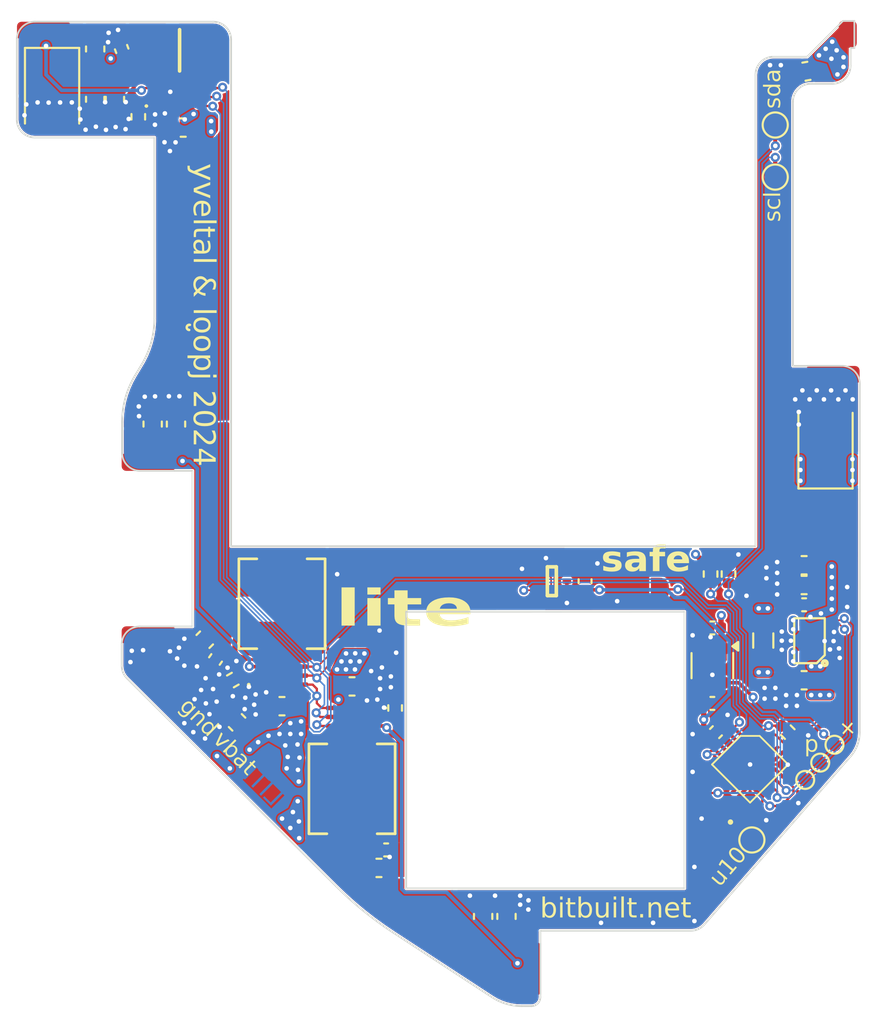
<source format=kicad_pcb>
(kicad_pcb (version 20240706) (generator "pcbnew") (generator_version "8.99")
  (layers (0 "F.Cu" signal) (1 "In1.Cu" signal) (2 "In2.Cu" signal) (31 "B.Cu" signal) (34 "B.Paste" user) (35 "F.Paste" user) (36 "B.SilkS" user "B.Silkscreen") (37 "F.SilkS" user "F.Silkscreen") (38 "B.Mask" user) (39 "F.Mask" user) (44 "Edge.Cuts" user) (50 "User.1" signal) (51 "User.2" signal) (52 "User.3" signal) (53 "User.4" signal) (54 "User.5" signal) (55 "User.6" signal) (56 "User.7" signal) (57 "User.8" signal) (58 "User.9" signal))
  (net 0 "")
  (net 1 "GND")
  (net 2 "+3V3")
  (net 3 "+1V8")
  (net 4 "+1V0")
  (net 5 "+1V15")
  (net 6 "Net-(U1-SW)")
  (net 7 "SDA")
  (net 8 "SCL")
  (net 9 "EN")
  (net 10 "Net-(U2-SW)")
  (net 11 "VBAT")
  (net 12 "Net-(U3-SW)")
  (net 13 "Net-(U4-LX2)")
  (net 14 "Net-(U4-LX1)")
  (net 15 "Net-(D1-A)")
  (net 16 "Net-(U1-VSET)")
  (net 17 "Net-(U2-VSET)")
  (net 18 "Net-(U3-VSET)")
  (net 19 "UPDI")
  (net 26 "+1V8_ALW")
  (net 29 "ALERT")
  (net 30 "SAFEMODE")
  (net 32 "U10")
  (net 34 "Net-(Q1-G)")
  (footprint "project-footprints:TestPoint_Pad_3x1.0mm" (layer "F.Cu") (at 163.940247 92.552028)
    (property "Reference" "TP5" (hide yes))
    (property "Value" "GND" (hide yes))
  )
  (footprint "Capacitor_SMD:C_0603_1608Metric" (layer "F.Cu") (at 162.480235 75.651189 -170)
    (property "Reference" "C23" (hide yes))
    (property "Value" "22uF" (hide yes))
  )
  (footprint "Capacitor_SMD:C_0402_1005Metric" (layer "F.Cu") (at 139.079802 118.986758)
    (property "Reference" "C8" (hide yes))
    (property "Value" "0.1uF" (hide yes))
  )
  (footprint "Capacitor_SMD:C_0402_1005Metric" (layer "F.Cu") (at 124.35498 74.412553 110)
    (property "Reference" "C17" (hide yes))
    (property "Value" "0.1uF" (hide yes))
  )
  (footprint "Capacitor_SMD:C_0603_1608Metric" (layer "F.Cu") (at 133.279802 110.986758 180)
    (property "Reference" "C1" (hide yes))
    (property "Value" "22uF" (hide yes))
  )
  (footprint "project-footprints:TestPoint_Pad_3x1.0mm" (layer "F.Cu") (at 147.169939 125.601361 90)
    (property "Reference" "TP3" (hide yes))
    (property "Value" "1V15" (hide yes))
  )
  (footprint "Capacitor_SMD:C_0603_1608Metric" (layer "F.Cu") (at 144.479802 122.686758 90)
    (property "Reference" "C11" (hide yes))
    (property "Value" "22uF" (hide yes))
  )
  (footprint "Capacitor_SMD:C_0603_1608Metric" (layer "F.Cu") (at 145.779802 122.686758 90)
    (property "Reference" "C10" (hide yes))
    (property "Value" "22uF" (hide yes))
  )
  (footprint "SamacSys_Parts:0412CDMCCDS-R22MC" (layer "F.Cu") (at 137.179802 115.586758 -90)
    (property "Reference" "L2" (hide yes))
    (property "Value" "220nH" (hide yes))
  )
  (footprint "Resistor_SMD:R_0402_1005Metric" (layer "F.Cu") (at 157.14298 103.632553 -90)
    (property "Reference" "R4" (hide yes))
    (property "Value" "4.7k" (hide yes))
  )
  (footprint "Resistor_SMD:R_0402_1005Metric" (layer "F.Cu") (at 161.44298 112.432553 135)
    (property "Reference" "R7" (hide yes))
    (property "Value" "133k" (hide yes))
  )
  (footprint "Capacitor_SMD:C_0603_1608Metric" (layer "F.Cu") (at 122.879802 74.412553 90)
    (property "Reference" "C20" (hide yes))
    (property "Value" "22uF" (hide yes))
  )
  (footprint "Capacitor_Tantalum_SMD:CP_EIA-3528-15_AVX-H" (layer "F.Cu") (at 163.54298 96.412553 90)
    (property "Reference" "C189" (hide yes))
    (property "Value" "150uF" (hide yes))
  )
  (footprint "Resistor_SMD:R_0402_1005Metric" (layer "F.Cu") (at 125.279802 78.186758 -90)
    (property "Reference" "R3" (hide yes))
    (property "Value" "86.6k" (hide yes))
  )
  (footprint "Capacitor_SMD:C_0603_1608Metric" (layer "F.Cu") (at 130.779802 111.886758 135)
    (property "Reference" "C24" (hide yes))
    (property "Value" "22uF")
  )
  (footprint "Capacitor_SMD:C_0402_1005Metric" (layer "F.Cu") (at 157.44298 112.432553 45)
    (property "Reference" "C27" (hide yes))
    (property "Value" "0.1uF")
  )
  (footprint "Capacitor_SMD:C_0402_1005Metric" (layer "F.Cu") (at 157.24298 110.832553)
    (property "Reference" "C25" (hide yes))
    (property "Value" "1uF" (hide yes))
  )
  (footprint "Capacitor_SMD:C_0603_1608Metric" (layer "F.Cu") (at 127.379802 95.286758 90)
    (property "Reference" "C4" (hide yes))
    (property "Value" "22uF" (hide yes))
  )
  (footprint "TestPoint:TestPoint_Pad_D1.0mm" (layer "F.Cu") (at 162.410661 115.089874)
    (property "Reference" "TP11" (hide yes))
    (property "Value" "GND" (hide yes))
  )
  (footprint "Capacitor_SMD:C_0402_1005Metric" (layer "F.Cu") (at 157.24298 106.632553 180)
    (property "Reference" "C22" (hide yes))
    (property "Value" "1uF" (hide yes))
  )
  (footprint "TestPoint:TestPoint_Pad_D1.0mm" (layer "F.Cu") (at 160.74298 81.542553)
    (property "Reference" "TP9" (hide yes))
    (property "Value" "SCL" (hide yes))
  )
  (footprint "Capacitor_Tantalum_SMD:CP_EIA-3528-15_AVX-H" (layer "F.Cu") (at 120.479802 76.812553 -90)
    (property "Reference" "C5" (hide yes))
    (property "Value" "150uF" (hide yes))
  )
  (footprint "Resistor_SMD:R_0402_1005Metric" (layer "F.Cu") (at 139.579802 111.086758 90)
    (property "Reference" "R2" (hide yes))
    (property "Value" "249k" (hide yes))
  )
  (footprint "Jumper:SolderJumper-2_P1.3mm_Open_RoundedPad1.0x1.5mm" (layer "F.Cu") (at 153.671654 104.386758)
    (property "Reference" "JP1" (hide yes))
    (property "Value" "SolderJumper_2_Open" (hide yes))
  )
  (footprint "Capacitor_SMD:C_0402_1005Metric" (layer "F.Cu") (at 129.579802 108.386758 -125)
    (property "Reference" "C2" (hide yes))
    (property "Value" "0.1uF" (hide yes))
  )
  (footprint "Capacitor_SMD:C_0603_1608Metric" (layer "F.Cu") (at 162.35098 109.543553 180)
    (property "Reference" "C15" (hide yes))
    (property "Value" "22uF" (hide yes))
  )
  (footprint "Capacitor_SMD:C_0603_1608Metric" (layer "F.Cu") (at 127.779802 78.786758 180)
    (property "Reference" "C16" (hide yes))
    (property "Value" "22uF" (hide yes))
  )
  (footprint "Capacitor_SMD:C_0603_1608Metric" (layer "F.Cu") (at 123.979802 77.212553 -90)
    (property "Reference" "C18" (hide yes))
    (property "Value" "22uF" (hide yes))
  )
  (footprint "SamacSys_Parts:0412CDMCCDS-R22MC" (layer "F.Cu") (at 133.279802 105.286758 90)
    (property "Reference" "L1" (hide yes))
    (property "Value" "220nH" (hide yes))
  )
  (footprint "Capacitor_SMD:C_0603_1608Metric" (layer "F.Cu") (at 138.679802 119.986758)
    (property "Reference" "C9" (hide yes))
    (property "Value" "22uF" (hide yes))
  )
  (footprint "SamacSys_Parts:TPS628680ARQYR" (layer "F.Cu") (at 137.179802 111.586758 -90)
    (property "Reference" "U2" (hide yes))
    (property "Value" "TPS628681ARQYR" (hide yes))
  )
  (footprint "TestPoint:TestPoint_Pad_D1.0mm" (layer "F.Cu") (at 164.04298 113.132553)
    (property "Reference" "TP10" (hide yes))
    (property "Value" "VBAT" (hide yes))
  )
  (footprint "Resistor_SMD:R_0402_1005Metric" (layer "F.Cu") (at 130.54298 109.532553 -150)
    (property "Reference" "R1" (hide yes))
    (property "Value" "133k" (hide yes))
  )
  (footprint "Capacitor_SMD:C_0603_1608Metric" (layer "F.Cu") (at 137.179802 109.886758)
    (property "Reference" "C7" (hide yes))
    (property "Value" "22uF" (hide yes))
  )
  (footprint "LED_SMD:LED_0603_1608Metric" (layer "F.Cu") (at 157.189713 116.374361 135)
    (property "Reference" "D1" (hide yes))
    (property "Value" "LED")
  )
  (footprint "Capacitor_SMD:C_0603_1608Metric" (layer "F.Cu") (at 122.879802 77.212553 -90)
    (property "Reference" "C19" (hide yes))
    (property "Value" "22uF" (hide yes))
  )
  (footprint "TestPoint:TestPoint_Pad_D1.0mm" (layer "F.Cu") (at 160.74298 78.642553)
    (property "Reference" "TP8" (hide yes))
    (property "Value" "SDA" (hide yes))
  )
  (footprint "project-footprints:TestPoint_Pad_3x1.0mm" (layer "F.Cu") (at 125.853723 107.042836)
    (property "Reference" "TP7" (hide yes))
    (property "Value" "GND" (hide yes))
  )
  (footprint "SamacSys_Parts:TPS628680ARQYR" (layer "F.Cu") (at 133.279802 109.286758 90)
    (property "Reference" "U1" (hide yes))
    (property "Value" "TPS628681ARQYR" (hide yes))
  )
  (footprint "Resistor_SMD:R_0402_1005Metric" (layer "F.Cu") (at 158.14298 103.632553 -90)
    (property "Reference" "R5" (hide yes))
    (property "Value" "4.7k" (hide yes))
  )
  (footprint "Capacitor_SMD:C_0402_1005Metric" (layer "F.Cu") (at 162.35098 105.343553 180)
    (property "Reference" "C14" (hide yes))
    (property "Value" "0.1uF" (hide yes))
  )
  (footprint "project-footprints:TestPoint_Pad_1.5x1.0mm" (layer "F.Cu") (at 164.779802 73.593218 90)
    (property "Reference" "TP1" (hide yes))
    (property "Value" "3V3" (hide yes))
  )
  (footprint "Capacitor_SMD:C_0603_1608Metric" (layer "F.Cu") (at 128.979802 107.286758 -135)
    (property "Reference" "C3" (hide yes))
    (property "Value" "22uF" (hide yes))
  )
  (footprint "SamacSys_Parts:BGA15C40P3X5_134X226X62" (layer "F.Cu") (at 162.65098 107.343553 180)
    (property "Reference" "U4" (hide yes))
    (property "Value" "TPS63810YFFR" (hide yes))
  )
  (footprint "SamacSys_Parts:TPS628680ARQYR" (layer "F.Cu") (at 127.579802 77.086758 90)
    (property "Reference" "U3" (hide yes))
    (property "Value" "TPS628682ARQYR" (hide yes))
  )
  (footprint "project-footprints:TestPoint_Pad_3x1.0mm" (layer "F.Cu") (at 125.853723 97.39118)
    (property "Reference" "TP4" (hide yes))
    (property "Value" "1V0" (hide yes))
  )
  (footprint "TestPoint:TestPoint_Pad_D1.0mm" (layer "F.Cu") (at 159.44298 118.432553)
    (property "Reference" "TP6" (hide yes))
    (property "Value" "SDA")
  )
  (footprint "Capacitor_SMD:C_0603_1608Metric" (layer "F.Cu") (at 126.079802 95.286758 90)
    (property "Reference" "C6" (hide yes))
    (property "Value" "22uF" (hide yes))
  )
  (footprint "TestPoint:TestPoint_Pad_D1.0mm" (layer "F.Cu") (at 163.248725 114.128422)
    (property "Reference" "TP12" (hide yes))
    (property "Value" "UPDI" (hide yes))
  )
  (footprint "Package_DFN_QFN:VQFN-20-1EP_3x3mm_P0.4mm_EP1.7x1.7mm" (layer "F.Cu") (at 159.34298 114.232553 -45)
    (property "Reference" "U5" (hide yes))
    (property "Value" "ATTINY1616-MNR" (hide yes))
  )
  (footprint "SamacSys_Parts:SOTFL50P160X60-6N" (layer "F.Cu") (at 148.30498 104.032553)
    (property "Reference" "U7" (hide yes))
    (property "Value" "TMP1075NDRLR" (hide yes))
  )
  (footprint "Capacitor_SMD:C_0603_1608Metric" (layer "F.Cu") (at 162.35098 104.243553 180)
    (property "Reference" "C12" (hide yes))
    (property "Value" "22uF" (hide yes))
  )
  (footprint "project-footprints:TestPoint_Pad_3x1.0mm" (layer "F.Cu") (at 120.0265 73.396621)
    (property "Reference" "TP2" (hide yes))
    (property "Value" "1V8" (hide yes))
  )
  (footprint "SamacSys_Parts:INDC3225X120N" (layer "F.Cu") (at 127.579802 74.486758 180)
    (property "Reference" "L3" (hide yes))
    (property "Value" "220nH" (hide yes))
  )
  (footprint "Package_TO_SOT_SMD:SOT-523" (layer "F.Cu") (at 156.94298 118.777552 -90)
    (property "Reference" "Q1" (hide yes))
    (property "Value" "PJE8408_R1_00001")
  )
  (footprint "Capacitor_SMD:C_0402_1005Metric" (layer "F.Cu") (at 150.15498 104.032553 90)
    (property "Reference" "C26" (hide yes))
    (property "Value" "0.1uF" (hide yes))
  )
  (footprint "Capacitor_SMD:C_0603_1608Metric" (layer "F.Cu") (at 162.35098 103.143553 180)
    (property "Reference" "C13" (hide yes))
    (property "Value" "22uF" (hide yes))
  )
  (footprint "Inductor_SMD:L_0805_2012Metric" (layer "F.Cu") (at 160.07798 107.333553 90)
    (property "Reference" "L4" (hide yes))
    (property "Value" "470nH" (hide yes))
  )
  (footprint "Package_TO_SOT_SMD:SOT-353_SC-70-5" (layer "F.Cu") (at 157.24298 108.732553 -90)
    (property "Reference" "U8" (hide yes))
    (property "Value" "MIC5365-1.8YC5-TR" (hide yes))
  )
  (gr_arc (start 128.112082 90.049434) (mid 127.979802 89.886758) (end 128.151606 89.766573) (stroke (width 0.14)) (layer "F.SilkS"))
  (gr_line (start 124.650177 109.435729) (end 136.312979 121.028715) (stroke (width 0.1)) (layer "Edge.Cuts"))
  (gr_line (start 128.2973 97.886621) (end 125.379802 97.886621) (stroke (width 0.1)) (layer "Edge.Cuts"))
  (gr_line (start 155.692715 105.723749) (end 155.692715 121.12826) (stroke (width 0.1)) (layer "Edge.Cuts"))
  (gr_line (start 140.19547 121.12826) (end 140.19547 105.72826) (stroke (width 0.1)) (layer "Edge.Cuts"))
  (gr_line (start 147.666784 123.481391) (end 147.666784 127.176276) (stroke (width 0.1)) (layer "Edge.Cuts"))
  (gr_arc (start 124.357284 107.555612) (mid 124.650043 106.848304) (end 125.357284 106.555382) (stroke (width 0.1)) (layer "Edge.Cuts"))
  (gr_arc (start 146.621322 127.676076) (mid 145.765565 127.551118) (end 144.981012 127.187233) (stroke (width 0.1)) (layer "Edge.Cuts"))
  (gr_line (start 125.092338 92.599199) (end 125.467115 91.97457) (stroke (width 0.1)) (layer "Edge.Cuts"))
  (gr_line (start 147.666784 123.481391) (end 156.041987 123.481391) (stroke (width 0.1)) (layer "Edge.Cuts"))
  (gr_line (start 119.517519 79.337245) (end 126.178548 79.337245) (stroke (width 0.1)) (layer "Edge.Cuts"))
  (gr_line (start 159.646232 102.085135) (end 159.646232 75.846172) (stroke (width 0.1)) (layer "Edge.Cuts"))
  (gr_arc (start 164.446617 92.048279) (mid 165.15372 92.341177) (end 165.446617 93.048279) (stroke (width 0.1)) (layer "Edge.Cuts"))
  (gr_arc (start 124.650177 109.435729) (mid 124.4334 109.111306) (end 124.357284 108.728622) (stroke (width 0.1)) (layer "Edge.Cuts"))
  (gr_arc (start 159.646232 75.846172) (mid 159.939166 75.139124) (end 160.646232 74.846172) (stroke (width 0.1)) (layer "Edge.Cuts"))
  (gr_line (start 124.379802 96.886758) (end 124.379802 95.171678) (stroke (width 0.1)) (layer "Edge.Cuts"))
  (gr_arc (start 118.516909 73.897032) (mid 118.809785 73.189872) (end 119.516909 72.896895) (stroke (width 0.1)) (layer "Edge.Cuts"))
  (gr_line (start 124.357284 107.555612) (end 124.357284 108.728622) (stroke (width 0.1)) (layer "Edge.Cuts"))
  (gr_line (start 160.646232 74.846172) (end 162.523506 74.846172) (stroke (width 0.1)) (layer "Edge.Cuts"))
  (gr_line (start 165.148396 74.354192) (end 165.148396 72.854192) (stroke (width 0.1)) (layer "Edge.Cuts"))
  (gr_line (start 161.7273 77.346172) (end 161.7273 92.048279) (stroke (width 0.1)) (layer "Edge.Cuts"))
  (gr_line (start 162.523506 74.846172) (end 164.516066 72.854192) (stroke (width 0.1)) (layer "Edge.Cuts"))
  (gr_line (start 164.935175 74.354192) (end 164.935175 75.346172) (stroke (width 0.1)) (layer "Edge.Cuts"))
  (gr_line (start 130.446232 102.085135) (end 159.646232 102.085135) (stroke (width 0.1)) (layer "Edge.Cuts"))
  (gr_line (start 165.148396 72.854192) (end 164.516066 72.854192) (stroke (width 0.1)) (layer "Edge.Cuts"))
  (gr_line (start 156.796435 123.137751) (end 164.952839 113.762428) (stroke (width 0.1)) (layer "Edge.Cuts"))
  (gr_arc (start 119.517519 79.337245) (mid 118.810432 79.04441) (end 118.517517 78.337382) (stroke (width 0.1)) (layer "Edge.Cuts"))
  (gr_arc (start 147.666784 127.176276) (mid 147.521146 127.529018) (end 147.169075 127.67627) (stroke (width 0.1)) (layer "Edge.Cuts"))
  (gr_line (start 147.169075 127.67627) (end 146.621322 127.676076) (stroke (width 0.1)) (layer "Edge.Cuts"))
  (gr_arc (start 139.513949 123.613789) (mid 137.846812 122.403785) (end 136.312979 121.028715) (stroke (width 0.1)) (layer "Edge.Cuts"))
  (gr_arc (start 161.7273 77.346172) (mid 162.020232 76.639113) (end 162.7273 76.346172) (stroke (width 0.1)) (layer "Edge.Cuts"))
  (gr_arc (start 129.446232 72.896895) (mid 130.153355 73.189793) (end 130.446232 73.896895) (stroke (width 0.1)) (layer "Edge.Cuts"))
  (gr_line (start 126.178548 79.337232) (end 126.17965 89.401543) (stroke (width 0.1)) (layer "Edge.Cuts"))
  (gr_line (start 130.446232 73.896895) (end 130.446232 102.085135) (stroke (width 0.1)) (layer "Edge.Cuts"))
  (gr_line (start 128.2973 97.886621) (end 128.2973 106.555382) (stroke (width 0.1)) (layer "Edge.Cuts"))
  (gr_line (start 165.446617 93.048279) (end 165.443943 112.449985) (stroke (width 0.1)) (layer "Edge.Cuts"))
  (gr_line (start 119.516909 72.896895) (end 129.446232 72.896895) (stroke (width 0.1)) (layer "Edge.Cuts"))
  (gr_line (start 139.513949 123.613789) (end 144.981012 127.187233) (stroke (width 0.1)) (layer "Edge.Cuts"))
  (gr_arc (start 156.796435 123.137751) (mid 156.456499 123.391433) (end 156.041987 123.481391) (stroke (width 0.1)) (layer "Edge.Cuts"))
  (gr_line (start 140.19547 121.12826) (end 155.692715 121.12826) (stroke (width 0.1)) (layer "Edge.Cuts"))
  (gr_line (start 161.7273 92.048279) (end 164.446617 92.048279) (stroke (width 0.1)) (layer "Edge.Cuts"))
  (gr_arc (start 125.379802 97.886621) (mid 124.672735 97.593778) (end 124.379802 96.886758) (stroke (width 0.1)) (layer "Edge.Cuts"))
  (gr_line (start 164.935175 74.354192) (end 165.148396 74.354192) (stroke (width 0.1)) (layer "Edge.Cuts"))
  (gr_line (start 128.2973 106.555382) (end 125.357284 106.555382) (stroke (width 0.1)) (layer "Edge.Cuts"))
  (gr_arc (start 126.17965 89.401543) (mid 125.998298 90.736495) (end 125.467115 91.97457) (stroke (width 0.1)) (layer "Edge.Cuts"))
  (gr_arc (start 124.379802 95.171678) (mid 124.561233 93.837012) (end 125.092338 92.599199) (stroke (width 0.1)) (layer "Edge.Cuts"))
  (gr_line (start 163.935175 76.346172) (end 162.7273 76.346172) (stroke (width 0.1)) (layer "Edge.Cuts"))
  (gr_arc (start 164.935175 75.346172) (mid 164.642261 76.053259) (end 163.935175 76.346172) (stroke (width 0.1)) (layer "Edge.Cuts"))
  (gr_line (start 118.517517 78.337382) (end 118.516909 73.897032) (stroke (width 0.1)) (layer "Edge.Cuts"))
  (gr_line (start 140.19547 105.72826) (end 155.692715 105.723749) (stroke (width 0.1)) (layer "Edge.Cuts"))
  (gr_arc (start 165.443943 112.449985) (mid 165.317099 113.150626) (end 164.952839 113.762428) (stroke (width 0.1)) (layer "Edge.Cuts"))
  (gr_text "LITE" (at 132.64298 116.742553 315) (layer "B.Cu") (effects (font (size 1 1) (thickness 0.1)) (justify left bottom mirror)))
  (gr_text "yveltal & loopj 2024" (at 128.16201 80.776048 270) (layer "F.SilkS") (effects (font (size 1.2 1.2) (thickness 0.15) (italic yes)) (justify left bottom)))
  (gr_text "+" (at 164.44298 112.632553 49) (layer "F.SilkS") (effects (font (size 0.9 0.9) (thickness 0.1125) (italic yes)) (justify left)))
  (gr_text "scl" (at 160.64298 84.042553 90) (layer "F.SilkS") (effects (font (size 0.9 0.9) (thickness 0.1125) (italic yes)) (justify left)))
  (gr_text "lite" (at 136.24298 106.842553 0) (layer "F.SilkS") (effects (font (size 2 3) (thickness 0.3) (bold yes)) (justify left bottom)))
  (gr_text "vbat" (at 129.64298 112.632553 -45) (layer "F.SilkS") (effects (font (size 0.9 0.9) (thickness 0.1125) (italic yes)) (justify left)))
  (gr_text "u10" (at 158.14298 119.932553 49) (layer "F.SilkS") (effects (font (size 0.9 0.9) (thickness 0.15) (italic yes))))
  (gr_text "safe" (at 153.54298 102.889074 0) (layer "F.SilkS") (effects (font (size 1.4 1.5) (thickness 0.3) (bold yes) (italic yes))))
  (gr_text "p" (at 162.358544 113.144722 0) (layer "F.SilkS") (effects (font (size 0.9 0.9) (thickness 0.15) (italic yes)) (justify left)))
  (gr_text "sda" (at 160.64298 77.742553 90) (layer "F.SilkS") (effects (font (size 0.9 0.9) (thickness 0.1125) (italic yes)) (justify left)))
  (gr_text "gnd" (at 127.779802 110.786758 315) (layer "F.SilkS") (effects (font (size 0.9 0.9) (thickness 0.1125) (italic yes)) (justify left)))
  (gr_text "bitbuilt.net" (at 147.64298 122.932553 0) (layer "F.SilkS") (effects (font (size 1.1 1.1) (thickness 0.15) (italic yes)) (justify left bottom)))
  (via (at 162.578429 112.612492) (size 0.508) (drill 0.254) (layers "F.Cu" "B.Cu") (net 1))
  (via (at 129.44298 110.032553) (size 0.508) (drill 0.254) (layers "F.Cu" "B.Cu") (net 1))
  (via (at 160.85098 103.568553) (size 0.508) (drill 0.254) (layers "F.Cu" "B.Cu") (net 1))
  (via (at 128.548265 108.775146) (size 0.508) (drill 0.254) (layers "F.Cu" "B.Cu") (net 1))
  (via (at 127.84298 108.732553) (size 0.508) (drill 0.254) (layers "F.Cu" "B.Cu") (net 1))
  (via (at 119.043494 77.497057) (size 0.508) (drill 0.254) (layers "F.Cu" "B.Cu") (net 1))
  (via (at 127.04298 107.932553) (size 0.508) (drill 0.254) (layers "F.Cu" "B.Cu") (net 1))
  (via (at 162.027782 116.378466) (size 0.508) (drill 0.254) (layers "F.Cu" "B.Cu") (net 1))
  (via (at 156.64298 117.242553) (size 0.508) (drill 0.254) (layers "F.Cu" "B.Cu") (net 1))
  (via (at 160.85098 102.968553) (size 0.508) (drill 0.254) (layers "F.Cu" "B.Cu") (net 1))
  (via (at 146.54298 122.032553) (size 0.508) (drill 0.254) (layers "F.Cu" "B.Cu") (net 1))
  (via (at 156.24298 119.932553) (size 0.508) (drill 0.254) (layers "F.Cu" "B.Cu") (net 1))
  (via (at 156.14298 107.042553) (size 0.508) (drill 0.254) (layers "F.Cu" "B.Cu") (net 1))
  (via (at 124.571817 78.87532) (size 0.508) (drill 0.254) (layers "F.Cu" "B.Cu") (net 1))
  (via (at 160.75098 110.568553) (size 0.508) (drill 0.254) (layers "F.Cu" "B.Cu") (net 1))
  (via (at 129.64298 110.732553) (size 0.508) (drill 0.254) (layers "F.Cu" "B.Cu") (net 1))
  (via (at 139.637427 108.01078) (size 0.508) (drill 0.254) (layers "F.Cu" "B.Cu") (net 1))
  (via (at 164.016548 106.856061) (size 0.508) (drill 0.254) (layers "F.Cu" "B.Cu") (net 1))
  (via (at 158.090356 111.471849) (size 0.508) (drill 0.254) (layers "F.Cu" "B.Cu") (net 1))
  (via (at 138.84298 108.832553) (size 0.508) (drill 0.254) (layers "F.Cu" "B.Cu") (net 1))
  (via (at 161.85498 93.912553) (size 0.508) (drill 0.254) (layers "F.Cu" "B.Cu") (net 1))
  (via (at 138.961409 111.065889) (size 0.508) (drill 0.254) (layers "F.Cu" "B.Cu") (net 1))
  (via (at 159.34298 114.232553) (size 0.508) (drill 0.254) (layers "F.Cu" "B.Cu") (net 1))
  (via (at 162.05498 95.312553) (size 0.508) (drill 0.254) (layers "F.Cu" "B.Cu") (net 1))
  (via (at 131.81368 111.445665) (size 0.508) (drill 0.254) (layers "F.Cu" "B.Cu") (net 1))
  (via (at 124.747441 78.306452) (size 0.508) (drill 0.254) (layers "F.Cu" "B.Cu") (net 1))
  (via (at 127.44298 108.332553) (size 0.508) (drill 0.254) (layers "F.Cu" "B.Cu") (net 1))
  (via (at 158.692451 102.546066) (size 0.508) (drill 0.254) (layers "F.Cu" "B.Cu") (net 1))
  (via (at 156.14298 114.642553) (size 0.508) (drill 0.254) (layers "F.Cu" "B.Cu") (net 1))
  (via (at 128.777871 110.086548) (size 0.508) (drill 0.254) (layers "F.Cu" "B.Cu") (net 1))
  (via (at 147.977039 102.745155) (size 0.508) (drill 0.254) (layers "F.Cu" "B.Cu") (net 1))
  (via (at 127.84298 111.932553) (size 0.508) (drill 0.254) (layers "F.Cu" "B.Cu") (net 1))
  (via (at 131.236179 110.515619) (size 0.508) (drill 0.254) (layers "F.Cu" "B.Cu") (net 1))
  (via (at 125.307839 94.305738) (size 0.508) (drill 0.254) (layers "F.Cu" "B.Cu") (net 1))
  (via (at 164.25498 93.912553) (size 0.508) (drill 0.254) (layers "F.Cu" "B.Cu") (net 1))
  (via (at 161.35098 110.968553) (size 0.508) (drill 0.254) (layers "F.Cu" "B.Cu") (net 1))
  (via (at 162.05498 94.612553) (size 0.508) (drill 0.254) (layers "F.Cu" "B.Cu") (net 1))
  (via (at 161.61598 107.343553) (size 0.508) (drill 0.254) (layers "F.Cu" "B.Cu") (net 1))
  (via (at 147.003635 121.792868) (size 0.508) (drill 0.254) (layers "F.Cu" "B.Cu") (net 1))
  (via (at 150.84298 103.042553) (size 0.508) (drill 0.254) (layers "F.Cu" "B.Cu") (net 1))
  (via (at 126.739527 79.601921) (size 0.508) (drill 0.254) (layers "F.Cu" "B.Cu") (net 1))
  (via (at 161.95098 110.368553) (size 0.508) (drill 0.254) (layers "F.Cu" "B.Cu") (net 1))
  (via (at 163.791056 107.830569) (size 0.508) (drill 0.254) (layers "F.Cu" "B.Cu") (net 1))
  (via (at 124.580062 77.368039) (size 0.508) (drill 0.254) (layers "F.Cu" "B.Cu") (net 1))
  (via (at 146.54298 121.532553) (size 0.508) (drill 0.254) (layers "F.Cu" "B.Cu") (net 1))
  (via (at 120.92572 77.390155) (size 0.508) (drill 0.254) (layers "F.Cu" "B.Cu") (net 1))
  (via (at 122.055819 78.336995) (size 0.508) (drill 0.254) (layers "F.Cu" "B.Cu") (net 1))
  (via (at 138.74298 110.032553) (size 0.508) (drill 0.254) (layers "F.Cu" "B.Cu") (net 1))
  (via (at 131.202603 111.150199) (size 0.508) (drill 0.254) (layers "F.Cu" "B.Cu") (net 1))
  (via (at 156.24298 122.942553) (size 0.508) (drill 0.254) (layers "F.Cu" "B.Cu") (net 1))
  (via (at 127.042001 80.093231) (size 0.508) (drill 0.254) (layers "F.Cu" "B.Cu") (net 1))
  (via (at 164.74959 104.356685) (size 0.508) (drill 0.254) (layers "F.Cu" "B.Cu") (net 1))
  (via (at 131.810397 110.333662) (size 0.508) (drill 0.254) (layers "F.Cu" "B.Cu") (net 1))
  (via (at 151.04298 123.042553) (size 0.508) (drill 0.254) (layers "F.Cu" "B.Cu") (net 1))
  (via (at 160.25098 103.268553) (size 0.508) (drill 0.254) (layers "F.Cu" "B.Cu") (net 1))
  (via (at 122.34598 78.905863) (size 0.508) (drill 0.254) (layers "F.Cu" "B.Cu") (net 1))
  (via (at 160.85098 104.768553) (size 0.508) (drill 0.254) (layers "F.Cu" "B.Cu") (net 1))
  (via (at 130.249625 108.846283) (size 0.508) (drill 0.254) (layers "F.Cu" "B.Cu") (net 1))
  (via (at 160.45498 75.312553) (size 0.508) (drill 0.254) (layers "F.Cu" "B.Cu") (net 1))
  (via (at 151.94298 105.142553) (size 0.508) (drill 0.254) (layers "F.Cu" "B.Cu") (net 1))
  (via (at 127.353935 79.608748) (size 0.508) (drill 0.254) (layers "F.Cu" "B.Cu") (net 1))
  (via (at 129.027013 109.430059) (size 0.508) (drill 0.254) (layers "F.Cu" "B.Cu") (net 1))
  (via (at 161.95098 110.968553) (size 0.508) (drill 0.254) (layers "F.Cu" "B.Cu") (net 1))
  (via (at 125.32058 94.847243) (size 0.508) (drill 0.254) (layers "F.Cu" "B.Cu") (net 1))
  (via (at 138.712315 106.77772) (size 0.508) (drill 0.254) (layers "F.Cu" "B.Cu") (net 1))
  (via (at 129.04298 110.832553) (size 0.508) (drill 0.254) (layers "F.Cu" "B.Cu") (net 1))
  (via (at 161.10798 107.851553) (size 0.508) (drill 0.254) (layers "F.Cu" "B.Cu") (net 1))
  (via (at 161.05498 75.312553) (size 0.508) (drill 0.254) (layers "F.Cu" "B.Cu") (net 1))
  (via (at 157.14298 107.142553) (size 0.508) (drill 0.254) (layers "F.Cu" "B.Cu") (net 1))
  (via (at 126.207041 78.62911) (size 0.508) (drill 0.254) (layers "F.Cu" "B.Cu") (net 1))
  (via (at 124.916535 107.903545) (size 0.508) (drill 0.254) (layers "F.Cu" "B.Cu") (net 1))
  (via (at 125.639113 93.764233) (size 0.508) (drill 0.254) (layers "F.Cu" "B.Cu") (net 1))
  (via (at 124.152943 73.351442) (size 0.508) (drill 0.254) (layers "F.Cu" "B.Cu") (net 1))
  (via (at 138.011881 110.669885) (size 0.508) (drill 0.254) (layers "F.Cu" "B.Cu") (net 1))
  (via (at 160.75098 109.968553) (size 0.508) (drill 0.254) (layers "F.Cu" "B.Cu") (net 1))
  (via (at 160.15098 109.968553) (size 0.508) (drill 0.254) (layers "F.Cu" "B.Cu") (net 1))
  (via (at 118.944228 78.100285) (size 0.508) (drill 0.254) (layers "F.Cu" "B.Cu") (net 1))
  (via (at 138.588102 110.618665) (size 0.508) (drill 0.254) (layers "F.Cu" "B.Cu") (net 1))
  (via (at 146.995719 122.304156) (size 0.508) (drill 0.254) (layers "F.Cu" "B.Cu") (net 1))
  (via (at 125.547029 107.87011) (size 0.508) (drill 0.254) (layers "F.Cu" "B.Cu") (net 1))
  (via (at 123.479897 78.913499) (size 0.508) (drill 0.254) (layers "F.Cu" "B.Cu") (net 1))
  (via (at 160.85098 104.168553) (size 0.508) (drill 0.254) (layers "F.Cu" "B.Cu") (net 1))
  (via (at 126.213868 78.052249) (size 0.508) (drill 0.254) (layers "F.Cu" "B.Cu") (net 1))
  (via (at 126.98332 93.73875) (size 0.508) (drill 0.254) (layers "F.Cu" "B.Cu") (net 1))
  (via (at 164.65498 93.412553) (size 0.508) (drill 0.254) (layers "F.Cu" "B.Cu") (net 1))
  (via (at 126.760007 77.997635) (size 0.508) (drill 0.254) (layers "F.Cu" "B.Cu") (net 1))
  (via (at 123.597733 74.033062) (size 0.508) (drill 0.254) (layers "F.Cu" "B.Cu") (net 1))
  (via (at 123.627476 73.512553) (size 0.508) (drill 0.254) (layers "F.Cu" "B.Cu") (net 1))
  (via (at 122.918665 78.737875) (size 0.508) (drill 0.254) (layers "F.Cu" "B.Cu") (net 1))
  (via (at 161.35098 110.368553) (size 0.508) (drill 0.254) (layers "F.Cu" "B.Cu") (net 1))
  (via (at 143.74298 121.532553) (size 0.508) (drill 0.254) (layers "F.Cu" "B.Cu") (net 1))
  (via (at 128.34298 112.432553) (size 0.508) (drill 0.254) (layers "F.Cu" "B.Cu") (net 1))
  (via (at 120.28813 77.397791) (size 0.508) (drill 0.254) (layers "F.Cu" "B.Cu") (net 1))
  (via (at 164.74959 105.465237) (size 0.508) (drill 0.254) (layers "F.Cu" "B.Cu") (net 1))
  (via (at 138.24298 109.032553) (size 0.508) (drill 0.254) (layers "F.Cu" "B.Cu") (net 1))
  (via (at 129.781307 109.219753) (size 0.508) (drill 0.254) (layers "F.Cu" "B.Cu") (net 1))
  (via (at 131.731726 110.904025) (size 0.508) (drill 0.254) (layers "F.Cu" "B.Cu") (net 1))
  (via (at 163.491056 107.363869) (size 0.508) (drill 0.254) (layers "F.Cu" "B.Cu") (net 1))
  (via (at 121.578581 77.386337) (size 0.508) (drill 0.254) (layers "F.Cu" "B.Cu") (net 1))
  (via (at 126.212471 93.745121) (size 0.508) (drill 0.254) (layers "F.Cu" "B.Cu") (net 1))
  (via (at 145.14298 121.532553) (size 0.508) (drill 0.254) (layers "F.Cu" "B.Cu") (net 1))
  (via (at 161.10798 106.835553) (size 0.508) (drill 0.254) (layers "F.Cu" "B.Cu") (net 1))
  (via (at 164.33386 108.301393) (size 0.508) (drill 0.254) (layers "F.Cu" "B.Cu") (net 1))
  (via (at 124.018221 78.756965) (size 0.508) (drill 0.254) (layers "F.Cu" "B.Cu") (net 1))
  (via (at 127.060384 76.796128) (size 0.508) (drill 0.254) (layers "F.Cu" "B.Cu") (net 1))
  (via (at 139.273473 119.379433) (size 0.508) (drill 0.254) (layers "F.Cu" "B.Cu") (net 1))
  (via (at 131.438855 109.908547) (size 0.508) (drill 0.254) (layers "F.Cu" "B.Cu") (net 1))
  (via (at 139.34298 109.332553) (size 0.508) (drill 0.254) (layers "F.Cu" "B.Cu") (net 1))
  (via (at 149.14298 105.242553) (size 0.508) (drill 0.254) (layers "F.Cu" "B.Cu") (net 1))
  (via (at 153.94298 123.042553) (size 0.508) (drill 0.254) (layers "F.Cu" "B.Cu") (net 1))
  (via (at 119.673448 77.386337) (size 0.508) (drill 0.254) (layers "F.Cu" "B.Cu") (net 1))
  (via (at 157.24298 109.242553) (size 0.508) (drill 0.254) (layers "F.Cu" "B.Cu") (net 1))
  (via (at 129.798415 112.135618) (size 0.508) (drill 0.254) (layers "F.Cu" "B.Cu") (net 1))
  (via (at 130.741656 108.472814) (size 0.508) (drill 0.254) (layers "F.Cu" "B.Cu") (net 1))
  (via (at 160.15098 110.568553) (size 0.508) (drill 0.254) (layers "F.Cu" "B.Cu") (net 1))
  (via (at 123.433436 77.374391) (size 0.508) (drill 0.254) (layers "F.Cu" "B.Cu") (net 1))
  (via (at 128.412849 110.599583) (size 0.508) (drill 0.254) (layers "F.Cu" "B.Cu") (net 1))
  (via (at 161.44298 114.242553) (size 0.508) (drill 0.254) (layers "F.Cu" "B.Cu") (net 1))
  (via (at 146.64298 103.342553) (size 0.508) (drill 0.254) (layers "F.Cu" "B.Cu") (net 1))
  (via (at 132.400427 110.215656) (size 0.508) (drill 0.254) (layers "F.Cu" "B.Cu") (net 1))
  (via (at 163.991056 107.363869) (size 0.508) (drill 0.254) (layers "F.Cu" "B.Cu") (net 1))
  (via (at 163.05498 93.412553) (size 0.508) (drill 0.254) (layers "F.Cu" "B.Cu") (net 1))
  (via (at 130.54298 110.432553) (size 0.508) (drill 0.254) (layers "F.Cu" "B.Cu") (net 1))
  (via (at 165.05498 93.912553) (size 0.508) (drill 0.254) (layers "F.Cu" "B.Cu") (net 1))
  (via (at 122.021458 77.733767) (size 0.508) (drill 0.254) (layers "F.Cu" "B.Cu") (net 1))
  (via (at 127.54298 107.732553) (size 0.508) (drill 0.254) (layers "F.Cu" "B.Cu") (net 1))
  (via (at 162.25498 93.412553) (size 0.508) (drill 0.254) (layers "F.Cu" "B.Cu") (net 1))
  (via (at 128.997434 112.784774) (size 0.508) (drill 0.254) (layers "F.Cu" "B.Cu") (net 1))
  (via (at 138.74298 109.432553) (size 0.508) (drill 0.254) (layers "F.Cu" "B.Cu") (net 1))
  (via (at 160.25098 103.868553) (size 0.508) (drill 0.254) (layers "F.Cu" "B.Cu") (net 1))
  (via (at 163.45498 93.912553) (size 0.508) (drill 0.254) (layers "F.Cu" "B.Cu") (net 1))
  (via (at 127.569419 93.73875) (size 0.508) (drill 0.254) (layers "F.Cu" "B.Cu") (net 1))
  (via (at 163.85498 93.412553) (size 0.508) (drill 0.254) (layers "F.Cu" "B.Cu") (net 1))
  (via (at 129.24298 111.432553) (size 0.508) (drill 0.254) (layers "F.Cu" "B.Cu") (net 1))
  (via (at 164.294762 107.77341) (size 0.508) (drill 0.254) (layers "F.Cu" "B.Cu") (net 1))
  (via (at 127.84298 107.232553) (size 0.508) (drill 0.254) (layers "F.Cu" "B.Cu") (net 1))
  (via (at 162.65498 93.912553) (size 0.508) (drill 0.254) (layers "F.Cu" "B.Cu") (net 1))
  (via (at 156.14298 112.542553) (size 0.508) (drill 0.254) (layers "F.Cu" "B.Cu") (net 1))
  (via (at 161.10798 107.343553) (size 0.508) (drill 0.254) (layers "F.Cu" "B.Cu") (net 1))
  (via (at 139.34298 109.932553) (size 0.508) (drill 0.254) (layers "F.Cu" "B.Cu") (net 1))
  (via (at 136.353017 103.642204) (size 0.508) (drill 0.254) (layers "F.Cu" "B.Cu") (net 1))
  (via (at 124.84298 108.532553) (size 0.508) (drill 0.254) (layers "F.Cu" "B.Cu") (net 1))
  (via (at 159.14298 104.842553) (size 0.508) (drill 0.254) (layers "F.Cu" "B.Cu") (net 1))
  (via (at 160.24298 117.332553) (size 0.508) (drill 0.254) (layers "F.Cu" "B.Cu") (net 1))
  (via (at 162.14298 97.842553) (size 0.508) (drill 0.254) (layers "F.Cu" "B.Cu") (net 2))
  (via (at 165.04298 98.442553) (size 0.508) (drill 0.254) (layers "F.Cu" "B.Cu") (net 2))
  (via (at 164.207514 75.829217) (size 0.508) (drill 0.254) (layers "F.Cu" "B.Cu") (net 2))
  (via (at 165.04298 97.242553) (size 0.508) (drill 0.254) (layers "F.Cu" "B.Cu") (net 2))
  (via (at 163.915206 74.007588) (size 0.508) (drill 0.254) (layers "F.Cu" "B.Cu") (net 2))
  (via (at 164.163107 74.487516) (size 0.508) (drill 0.254) (layers "F.Cu" "B.Cu") (net 2))
  (via (at 164.546422 74.876039) (size 0.508) (drill 0.254) (layers "F.Cu" "B.Cu") (net 2))
  (via (at 163.89182 105.010253) (size 0.508) (drill 0.254) (layers "F.Cu" "B.Cu") (net 2))
  (via (at 163.89182 105.610253) (size 0.508) (drill 0.254) (layers "F.Cu" "B.Cu") (net 2))
  (via (at 163.870584 74.956257) (size 0.508) (drill 0.254) (layers "F.Cu" "B.Cu") (net 2))
  (via (at 162.14298 98.442553) (size 0.508) (drill 0.254) (layers "F.Cu" "B.Cu") (net 2))
  (via (at 163.178082 74.765894) (size 0.508) (drill 0.254) (layers "F.Cu" "B.Cu") (net 2))
  (via (at 162.703472 106.019292) (size 0.508) (drill 0.254) (layers "F.Cu" "B.Cu") (net 2))
  (via (at 163.89182 104.410253) (size 0.508) (drill 0.254) (layers "F.Cu" "B.Cu") (net 2))
  (via (at 163.89182 103.810253) (size 0.508) (drill 0.254) (layers "F.Cu" "B.Cu") (net 2))
  (via (at 165.04298 97.842553) (size 0.508) (drill 0.254) (layers "F.Cu" "B.Cu") (net 2))
  (via (at 163.288826 105.824174) (size 0.508) (drill 0.254) (layers "F.Cu" "B.Cu") (net 2))
  (via (at 162.14298 97.242553) (size 0.508) (drill 0.254) (layers "F.Cu" "B.Cu") (net 2))
  (via (at 163.55088 74.401568) (size 0.508) (drill 0.254) (layers "F.Cu" "B.Cu") (net 2))
  (via (at 164.542186 75.409819) (size 0.508) (drill 0.254) (layers "F.Cu" "B.Cu") (net 2))
  (via (at 163.89182 103.210253) (size 0.508) (drill 0.254) (layers "F.Cu" "B.Cu") (net 2))
  (segment (start 164.163107 74.487516) (end 164.207514 75.829217) (width 0.508) (layer "B.Cu") (net 2))
  (segment (start 164.546422 74.876039) (end 164.542186 75.409819) (width 0.508) (layer "B.Cu") (net 2))
  (segment (start 162.703472 106.019292) (end 163.288826 105.824174) (width 0.508) (layer "B.Cu") (net 2))
  (segment (start 163.89182 103.210253) (end 163.89182 105.610253) (width 0.508) (layer "B.Cu") (net 2))
  (segment (start 163.178082 74.765894) (end 163.870584 74.956257) (width 0.508) (layer "B.Cu") (net 2))
  (segment (start 163.870584 74.956257) (end 164.207514 75.829217) (width 0.508) (layer "B.Cu") (net 2))
  (segment (start 162.14298 97.242553) (end 162.14298 98.442553) (width 0.508) (layer "B.Cu") (net 2))
  (segment (start 163.178082 74.765894) (end 163.915206 74.007588) (width 0.508) (layer "B.Cu") (net 2))
  (segment (start 164.542186 75.409819) (end 164.207514 75.829217) (width 0.508) (layer "B.Cu") (net 2))
  (segment (start 163.55088 74.401568) (end 163.870584 74.956257) (width 0.508) (layer "B.Cu") (net 2))
  (segment (start 164.163107 74.487516) (end 164.546422 74.876039) (width 0.508) (layer "B.Cu") (net 2))
  (segment (start 163.288826 105.824174) (end 163.89182 105.610253) (width 0.508) (layer "B.Cu") (net 2))
  (segment (start 163.915206 74.007588) (end 164.163107 74.487516) (width 0.508) (layer "B.Cu") (net 2))
  (segment (start 165.04298 97.242553) (end 165.04298 98.442553) (width 0.508) (layer "B.Cu") (net 2))
  (segment (start 125.580775 76.586758) (end 125.45498 76.712553) (width 0.127) (layer "F.Cu") (net 3))
  (segment (start 126.404802 76.586758) (end 125.580775 76.586758) (width 0.127) (layer "F.Cu") (net 3))
  (segment (start 158.14298 103.122553) (end 157.14298 103.122553) (width 0.3) (layer "F.Cu") (net 3))
  (segment (start 156.8963 103.122553) (end 156.307192 102.533445) (width 0.3) (layer "F.Cu") (net 3))
  (segment (start 157.14298 103.122553) (end 156.8963 103.122553) (width 0.3) (layer "F.Cu") (net 3))
  (via (at 120.14298 74.242553) (size 0.508) (drill 0.254) (layers "F.Cu" "B.Cu") (net 3))
  (via (at 156.307192 102.533445) (size 0.508) (drill 0.254) (layers "F.Cu" "B.Cu") (net 3))
  (via (at 125.45498 76.712553) (size 0.508) (drill 0.254) (layers "F.Cu" "B.Cu") (net 3))
  (via (at 123.74298 74.942553) (size 0.508) (drill 0.254) (layers "F.Cu" "B.Cu") (net 3))
  (segment (start 120.14298 75.842553) (end 121.01298 76.712553) (width 0.2) (layer "B.Cu") (net 3))
  (segment (start 121.01298 76.712553) (end 125.45498 76.712553) (width 0.2) (layer "B.Cu") (net 3))
  (segment (start 120.14298 74.242553) (end 120.14298 75.842553) (width 0.2) (layer "B.Cu") (net 3))
  (segment (start 132.104802 108.786758) (end 131.474447 108.786758) (width 0.2) (layer "F.Cu") (net 4))
  (segment (start 131.474447 108.786758) (end 131.46548 108.777791) (width 0.2) (layer "F.Cu") (net 4))
  (via (at 131.46548 108.777791) (size 0.508) (drill 0.254) (layers "F.Cu" "B.Cu") (net 4))
  (via (at 127.74298 97.342553) (size 0.508) (drill 0.254) (layers "F.Cu" "B.Cu") (net 4))
  (segment (start 128.569889 105.469462) (end 128.569889 104.487025) (width 0.2) (layer "B.Cu") (net 4))
  (segment (start 128.569889 104.487025) (end 128.569889 97.769462) (width 0.2) (layer "B.Cu") (net 4))
  (segment (start 131.46548 108.777791) (end 131.46548 108.365053) (width 0.2) (layer "B.Cu") (net 4))
  (segment (start 131.46548 108.365053) (end 131.04298 107.942553) (width 0.2) (layer "B.Cu") (net 4))
  (segment (start 128.569889 97.769462) (end 128.34298 97.542553) (width 0.2) (layer "B.Cu") (net 4))
  (segment (start 128.14298 97.342553) (end 127.74298 97.342553) (width 0.2) (layer "B.Cu") (net 4))
  (segment (start 128.34298 97.542553) (end 128.14298 97.342553) (width 0.2) (layer "B.Cu") (net 4))
  (segment (start 131.04298 107.942553) (end 128.569889 105.469462) (width 0.2) (layer "B.Cu") (net 4))
  (segment (start 138.354802 112.086758) (end 139.02164 112.086758) (width 0.2) (layer "F.Cu") (net 5))
  (segment (start 139.02164 112.086758) (end 139.111127 112.176245) (width 0.2) (layer "F.Cu") (net 5))
  (via (at 139.111127 112.176245) (size 0.508) (drill 0.254) (layers "F.Cu" "B.Cu") (net 5))
  (via (at 146.39298 125.292553) (size 0.508) (drill 0.254) (layers "F.Cu" "B.Cu") (net 5))
  (segment (start 139.94298 121.158613) (end 139.94298 113.008098) (width 0.2) (layer "B.Cu") (net 5))
  (segment (start 142.44298 121.342553) (end 140.12692 121.342553) (width 0.2) (layer "B.Cu") (net 5))
  (segment (start 146.39298 125.292553) (end 142.44298 121.342553) (width 0.2) (layer "B.Cu") (net 5))
  (segment (start 139.94298 113.008098) (end 139.111127 112.176245) (width 0.2) (layer "B.Cu") (net 5))
  (segment (start 140.12692 121.342553) (end 139.94298 121.158613) (width 0.2) (layer "B.Cu") (net 5))
  (segment (start 139.94298 106.542553) (end 139.94298 105.642553) (width 0.0889) (layer "F.Cu") (net 7))
  (segment (start 135.087942 109.286758) (end 135.220642 109.419458) (width 0.127) (layer "F.Cu") (net 7))
  (segment (start 139.94298 105.642553) (end 140.105761 105.479772) (width 0.0889) (layer "F.Cu") (net 7))
  (segment (start 136.24298 108.142553) (end 136.24298 107.794001) (width 0.0889) (layer "F.Cu") (net 7))
  (segment (start 135.220642 109.419458) (end 135.64298 108.99712) (width 0.0889) (layer "F.Cu") (net 7))
  (segment (start 140.105761 105.479772) (end 147.805761 105.479772) (width 0.0889) (layer "F.Cu") (net 7))
  (segment (start 135.413204 111.586758) (end 135.183273 111.356827) (width 0.127) (layer "F.Cu") (net 7))
  (segment (start 164.587507 106.111603) (end 164.446859 106.111603) (width 0.0889) (layer "F.Cu") (net 7))
  (segment (start 129.598775 77.086758) (end 128.754802 77.086758) (width 0.127) (layer "F.Cu") (net 7))
  (segment (start 129.64298 77.042553) (end 129.598775 77.086758) (width 0.127) (layer "F.Cu") (net 7))
  (segment (start 148.75298 103.532553) (end 149.14298 103.532553) (width 0.0889) (layer "F.Cu") (net 7))
  (segment (start 164.446859 106.111603) (end 164.357909 106.200553) (width 0.0889) (layer "F.Cu") (net 7))
  (segment (start 157.14298 104.142553) (end 157.14298 104.742553) (width 0.127) (layer "F.Cu") (net 7))
  (segment (start 148.54298 103.322553) (end 148.54298 103.194001) (width 0.0889) (layer "F.Cu") (net 7))
  (segment (start 148.54298 103.194001) (end 149.254181 102.4828) (width 0.0889) (layer "F.Cu") (net 7))
  (segment (start 163.43198 106.543553) (end 163.05098 106.543553) (width 0.0889) (layer "F.Cu") (net 7))
  (segment (start 148.65298 103.432553) (end 148.54298 103.322553) (width 0.0889) (layer "F.Cu") (net 7))
  (segment (start 149.254181 102.4828) (end 155.431779 102.4828) (width 0.0889) (layer "F.Cu") (net 7))
  (segment (start 160.368285 115.257856) (end 160.851128 115.740699) (width 0.127) (layer "F.Cu") (net 7))
  (segment (start 134.454802 109.286758) (end 135.087942 109.286758) (width 0.127) (layer "F.Cu") (net 7))
  (segment (start 148.64298 103.642553) (end 148.75298 103.532553) (width 0.0889) (layer "F.Cu") (net 7))
  (segment (start 160.851128 115.740699) (end 160.851128 116.075015) (width 0.127) (layer "F.Cu") (net 7))
  (segment (start 160.74298 79.798532) (end 160.748832 79.804384) (width 0.2) (layer "F.Cu") (net 7))
  (segment (start 155.431779 102.4828) (end 157.091532 104.142553) (width 0.0889) (layer "F.Cu") (net 7))
  (segment (start 163.77498 106.200553) (end 163.43198 106.543553) (width 0.0889) (layer "F.Cu") (net 7))
  (segment (start 164.357909 106.200553) (end 163.77498 106.200553) (width 0.0889) (layer "F.Cu") (net 7))
  (segment (start 148.65298 103.632553) (end 148.65298 103.432553) (width 0.0889) (layer "F.Cu") (net 7))
  (segment (start 136.004802 111.586758) (end 135.413204 111.586758) (width 0.127) (layer "F.Cu") (net 7))
  (segment (start 148.64298 103.642553) (end 148.65298 103.632553) (width 0.0889) (layer "F.Cu") (net 7))
  (segment (start 136.24298 107.794001) (end 136.516628 107.520353) (width 0.0889) (layer "F.Cu") (net 7))
  (segment (start 138.96518 107.520353) (end 139.94298 106.542553) (width 0.0889) (layer "F.Cu") (net 7))
  (segment (start 135.64298 108.99712) (end 136.24298 108.142553) (width 0.0889) (layer "F.Cu") (net 7))
  (segment (start 157.091532 104.142553) (end 157.14298 104.142553) (width 0.0889) (layer "F.Cu") (net 7))
  (segment (start 148.44298 103.842553) (end 148.64298 103.642553) (width 0.0889) (layer "F.Cu") (net 7))
  (segment (start 148.44298 104.842553) (end 148.44298 103.842553) (width 0.0889) (layer "F.Cu") (net 7))
  (segment (start 160.74298 78.642553) (end 160.74298 79.798532) (width 0.2) (layer "F.Cu") (net 7))
  (segment (start 148.75298 103.532553) (end 148.65298 103.432553) (width 0.0889) (layer "F.Cu") (net 7))
  (segment (start 136.516628 107.520353) (end 138.96518 107.520353) (width 0.0889) (layer "F.Cu") (net 7))
  (segment (start 147.805761 105.479772) (end 148.44298 104.842553) (width 0.0889) (layer "F.Cu") (net 7))
  (via (at 160.748832 79.804384) (size 0.508) (drill 0.254) (layers "F.Cu" "B.Cu") (net 7))
  (via (at 160.851128 116.075015) (size 0.508) (drill 0.254) (layers "F.Cu" "B.Cu") (net 7))
  (via (at 135.183273 111.356827) (size 0.508) (drill 0.254) (layers "F.Cu" "B.Cu") (net 7))
  (via (at 135.220642 109.419458) (size 0.508) (drill 0.254) (layers "F.Cu" "B.Cu") (net 7))
  (via (at 157.14298 104.742553) (size 0.508) (drill 0.254) (layers "F.Cu" "B.Cu") (net 7))
  (via (at 129.64298 77.042553) (size 0.508) (drill 0.254) (layers "F.Cu" "B.Cu") (net 7))
  (via (at 164.587507 106.111603) (size 0.508) (drill 0.254) (layers "F.Cu" "B.Cu") (net 7))
  (segment (start 160.851128 116.075015) (end 161.510518 116.075015) (width 0.0889) (layer "B.Cu") (net 7))
  (segment (start 157.14298 104.742553) (end 157.24298 104.742553) (width 0.0889) (layer "B.Cu") (net 7))
  (segment (start 157.14298 104.742553) (end 157.54298 105.142553) (width 0.0889) (layer "B.Cu") (net 7))
  (segment (start 129.64298 77.042553) (end 130.029552 77.429125) (width 0.0889) (layer "B.Cu") (net 7))
  (segment (start 130.029552 103.882913) (end 134.74298 108.596341) (width 0.0889) (layer "B.Cu") (net 7))
  (segment (start 158.94298 110.741105) (end 159.886454 111.684579) (width 0.0889) (layer "B.Cu") (net 7))
  (segment (start 161.510518 116.075015) (end 164.899774 112.685759) (width 0.0889) (layer "B.Cu") (net 7))
  (segment (start 134.74298 108.942553) (end 134.743737 108.942553) (width 0.0889) (layer "B.Cu") (net 7))
  (segment (start 129.64298 77.042553) (end 129.74298 77.042553) (width 0.127) (layer "B.Cu") (net 7))
  (segment (start 134.743737 108.942553) (end 135.220642 109.419458) (width 0.0889) (layer "B.Cu") (net 7))
  (segment (start 164.987814 106.997719) (end 164.987814 106.51191) (width 0.0889) (layer "B.Cu") (net 7))
  (segment (start 135.183273 111.356827) (end 135.64298 110.89712) (width 0.0889) (layer "B.Cu") (net 7))
  (segment (start 158.045875 105.142553) (end 158.598579 105.695257) (width 0.0889) (layer "B.Cu") (net 7))
  (segment (start 158.94298 107.039657) (end 158.94298 110.741105) (width 0.0889) (layer "B.Cu") (net 7))
  (segment (start 157.24298 104.742553) (end 159.84298 102.142553) (width 0.0889) (layer "B.Cu") (net 7))
  (segment (start 158.598579 106.695256) (end 158.94298 107.039657) (width 0.0889) (layer "B.Cu") (net 7))
  (segment (start 135.64298 109.841796) (end 135.220642 109.419458) (width 0.0889) (layer "B.Cu") (net 7))
  (segment (start 130.029552 77.429125) (end 130.029552 103.882913) (width 0.0889) (layer "B.Cu") (net 7))
  (segment (start 135.64298 110.89712) (end 135.64298 109.841796) (width 0.0889) (layer "B.Cu") (net 7))
  (segment (start 164.899774 107.085759) (end 164.987814 106.997719) (width 0.0889) (layer "B.Cu") (net 7))
  (segment (start 160.851128 111.950701) (end 160.851128 116.075015) (width 0.0889) (layer "B.Cu") (net 7))
  (segment (start 159.886454 111.684579) (end 160.585006 111.684579) (width 0.0889) (layer "B.Cu") (net 7))
  (segment (start 164.987814 106.51191) (end 164.587507 106.111603) (width 0.0889) (layer "B.Cu") (net 7))
  (segment (start 159.84298 102.142553) (end 159.84298 80.710237) (width 0.0889) (layer "B.Cu") (net 7))
  (segment (start 160.585006 111.684579) (end 160.851128 111.950701) (width 0.0889) (layer "B.Cu") (net 7))
  (segment (start 157.54298 105.142553) (end 158.045875 105.142553) (width 0.0889) (layer "B.Cu") (net 7))
  (segment (start 134.74298 108.596341) (end 134.74298 108.942553) (width 0.0889) (layer "B.Cu") (net 7))
  (segment (start 158.598579 105.695257) (end 158.598579 106.695256) (width 0.0889) (layer "B.Cu") (net 7))
  (segment (start 159.84298 80.710237) (end 160.748832 79.804384) (width 0.0889) (layer "B.Cu") (net 7))
  (segment (start 164.899774 112.685759) (end 164.899774 107.085759) (width 0.0889) (layer "B.Cu") (net 7))
  (segment (start 136.04298 107.742553) (end 136.04298 108.000217) (width 0.0889) (layer "F.Cu") (net 8))
  (segment (start 164.340302 106.448203) (end 163.857058 106.448203) (width 0.0889) (layer "F.Cu") (net 8))
  (segment (start 147.957233 103.532553) (end 147.957233 103.5283) (width 0.0889) (layer "F.Cu") (net 8))
  (segment (start 160.651128 114.975015) (end 161.351128 115.675015) (width 0.127) (layer "F.Cu") (net 8))
  (segment (start 147.732113 105.301972) (end 140.032113 105.301972) (width 0.0889) (layer "F.Cu") (net 8))
  (segment (start 164.600464 106.708365) (end 164.340302 106.448203) (width 0.0889) (layer "F.Cu") (net 8))
  (segment (start 148.26518 103.8405) (end 148.26518 104.768905) (width 0.0889) (layer "F.Cu") (net 8))
  (segment (start 149.180533 102.305) (end 155.505427 102.305) (width 0.0889) (layer "F.Cu") (net 8))
  (segment (start 156.84298 103.642553) (end 157.64298 103.642553) (width 0.0889) (layer "F.Cu") (net 8))
  (segment (start 135.287942 112.086758) (end 135.220642 112.019458) (width 0.127) (layer "F.Cu") (net 8))
  (segment (start 148.055107 103.630426) (end 148.26518 103.8405) (width 0.0889) (layer "F.Cu") (net 8))
  (segment (start 148.26518 104.768905) (end 147.732113 105.301972) (width 0.0889) (layer "F.Cu") (net 8))
  (segment (start 160.74298 80.446051) (end 160.743673 80.445358) (width 0.2) (layer "F.Cu") (net 8))
  (segment (start 147.957233 103.5283) (end 148.04298 103.442553) (width 0.0889) (layer "F.Cu") (net 8))
  (segment (start 139.76518 106.468905) (end 138.891532 107.342553) (width 0.0889) (layer "F.Cu") (net 8))
  (segment (start 135.184845 108.786758) (end 135.220642 108.822555) (width 0.127) (layer "F.Cu") (net 8))
  (segment (start 158.14298 104.142553) (end 158.14298 104.742553) (width 0.127) (layer "F.Cu") (net 8))
  (segment (start 139.76518 105.568905) (end 139.76518 106.468905) (width 0.0889) (layer "F.Cu") (net 8))
  (segment (start 147.46698 103.532553) (end 147.957233 103.532553) (width 0.0889) (layer "F.Cu") (net 8))
  (segment (start 134.454802 108.786758) (end 135.184845 108.786758) (width 0.127) (layer "F.Cu") (net 8))
  (segment (start 148.04298 103.442553) (end 149.180533 102.305) (width 0.0889) (layer "F.Cu") (net 8))
  (segment (start 129.971151 76.543958) (end 129.928351 76.586758) (width 0.127) (layer "F.Cu") (net 8))
  (segment (start 136.44298 107.342553) (end 136.04298 107.742553) (width 0.0889) (layer "F.Cu") (net 8))
  (segment (start 148.04298 103.618299) (end 148.04298 103.442553) (width 0.0889) (layer "F.Cu") (net 8))
  (segment (start 163.361708 106.943553) (end 163.05098 106.943553) (width 0.0889) (layer "F.Cu") (net 8))
  (segment (start 140.032113 105.301972) (end 139.76518 105.568905) (width 0.0889) (layer "F.Cu") (net 8))
  (segment (start 163.857058 106.448203) (end 163.361708 106.943553) (width 0.0889) (layer "F.Cu") (net 8))
  (segment (start 147.957233 103.532553) (end 148.055107 103.630426) (width 0.0889) (layer "F.Cu") (net 8))
  (segment (start 155.505427 102.305) (end 156.84298 103.642553) (width 0.0889) (layer "F.Cu") (net 8))
  (segment (start 129.928351 76.586758) (end 128.754802 76.586758) (width 0.127) (layer "F.Cu") (net 8))
  (segment (start 157.64298 103.642553) (end 158.14298 104.142553) (width 0.0889) (layer "F.Cu") (net 8))
  (segment (start 136.04298 108.000217) (end 135.220642 108.822555) (width 0.0889) (layer "F.Cu") (net 8))
  (segment (start 138.891532 107.342553) (end 136.44298 107.342553) (width 0.0889) (layer "F.Cu") (net 8))
  (segment (start 136.004802 112.086758) (end 135.287942 112.086758) (width 0.127) (layer "F.Cu") (net 8))
  (segment (start 148.055107 103.630426) (end 148.04298 103.618299) (width 0.0889) (layer "F.Cu") (net 8))
  (segment (start 160.74298 81.542553) (end 160.74298 80.446051) (width 0.2) (layer "F.Cu") (net 8))
  (via (at 164.600464 106.708365) (size 0.508) (drill 0.254) (layers "F.Cu" "B.Cu") (net 8))
  (via (at 129.971151 76.543958) (size 0.508) (drill 0.254) (layers "F.Cu" "B.Cu") (net 8))
  (via (at 135.220642 108.822555) (size 0.508) (drill 0.254) (layers "F.Cu" "B.Cu") (net 8))
  (via (at 160.743673 80.445358) (size 0.508) (drill 0.254) (layers "F.Cu" "B.Cu") (net 8))
  (via (at 135.220642 112.019458) (size 0.508) (drill 0.254) (layers "F.Cu" "B.Cu") (net 8))
  (via (at 158.14298 104.742553) (size 0.508) (drill 0.254) (layers "F.Cu" "B.Cu") (net 8))
  (via (at 161.351128 115.675015) (size 0.508) (drill 0.254) (layers "F.Cu" "B.Cu") (net 8))
  (segment (start 159.12078 106.96601) (end 159.12078 110.667457) (width 0.0889) (layer "B.Cu") (net 8))
  (segment (start 158.14298 104.742553) (end 158.14298 104.98821) (width 0.0889) (layer "B.Cu") (net 8))
  (segment (start 159.12078 110.667457) (end 159.960102 111.506779) (width 0.0889) (layer "B.Cu") (net 8))
  (segment (start 158.14298 104.094001) (end 160.02078 102.216201) (width 0.0889) (layer "B.Cu") (net 8))
  (segment (start 129.971151 76.543958) (end 130.207352 76.780159) (width 0.0889) (layer "B.Cu") (net 8))
  (segment (start 164.600464 106.708365) (end 164.721974 106.829875) (width 0.0889) (layer "B.Cu") (net 8))
  (segment (start 158.14298 104.98821) (end 158.776379 105.621609) (width 0.0889) (layer "B.Cu") (net 8))
  (segment (start 135.82078 109.422693) (end 135.82078 111.41932) (width 0.0889) (layer "B.Cu") (net 8))
  (segment (start 135.220642 108.822555) (end 135.82078 109.422693) (width 0.0889) (layer "B.Cu") (net 8))
  (segment (start 161.65907 115.675015) (end 161.351128 115.675015) (width 0.0889) (layer "B.Cu") (net 8))
  (segment (start 135.82078 111.41932) (end 135.220642 112.019458) (width 0.0889) (layer "B.Cu") (net 8))
  (segment (start 161.028928 115.352815) (end 161.351128 115.675015) (width 0.0889) (layer "B.Cu") (net 8))
  (segment (start 158.776379 105.621609) (end 158.776379 106.621608) (width 0.0889) (layer "B.Cu") (net 8))
  (segment (start 158.14298 104.742553) (end 158.14298 104.094001) (width 0.0889) (layer "B.Cu") (net 8))
  (segment (start 160.658654 111.506779) (end 161.028928 111.877053) (width 0.0889) (layer "B.Cu") (net 8))
  (segment (start 164.721974 112.612111) (end 161.65907 115.675015) (width 0.0889) (layer "B.Cu") (net 8))
  (segment (start 164.721974 106.829875) (end 164.721974 112.612111) (width 0.0889) (layer "B.Cu") (net 8))
  (segment (start 161.028928 111.877053) (end 161.028928 115.352815) (width 0.0889) (layer "B.Cu") (net 8))
  (segment (start 160.02078 80.783884) (end 160.359306 80.445358) (width 0.0889) (layer "B.Cu") (net 8))
  (segment (start 158.776379 106.621608) (end 159.12078 106.96601) (width 0.0889) (layer "B.Cu") (net 8))
  (segment (start 160.02078 102.216201) (end 160.02078 80.783884) (width 0.0889) (layer "B.Cu") (net 8))
  (segment (start 130.207352 103.809265) (end 135.220642 108.822555) (width 0.0889) (layer "B.Cu") (net 8))
  (segment (start 160.359306 80.445358) (end 160.743673 80.445358) (width 0.0889) (layer "B.Cu") (net 8))
  (segment (start 159.960102 111.506779) (end 160.658654 111.506779) (width 0.0889) (layer "B.Cu") (net 8))
  (segment (start 130.207352 76.780159) (end 130.207352 103.809265) (width 0.0889) (layer "B.Cu") (net 8))
  (segment (start 129.421296 77.596763) (end 129.411291 77.586758) (width 0.127) (layer "F.Cu") (net 9))
  (segment (start 135.220642 110.819458) (end 135.220642 110.419458) (width 0.127) (layer "F.Cu") (net 9))
  (segment (start 163.55898 108.143553) (end 164.29182 108.876393) (width 0.0889) (layer "F.Cu") (net 9))
  (segment (start 163.05098 108.143553) (end 163.55898 108.143553) (width 0.0889) (layer "F.Cu") (net 9))
  (segment (start 135.487942 111.086758) (end 135.220642 110.819458) (width 0.127) (layer "F.Cu") (net 9))
  (segment (start 164.29182 110.610253) (end 162.830144 112.071929) (width 0.0889) (layer "F.Cu") (net 9))
  (segment (start 134.454802 109.786758) (end 134.987942 109.786758) (width 0.127) (layer "F.Cu") (net 9))
  (segment (start 134.987942 109.786758) (end 135.220642 110.019458) (width 0.127) (layer "F.Cu") (net 9))
  (segment (start 135.220642 110.019458) (end 135.220642 110.419458) (width 0.127) (layer "F.Cu") (net 9))
  (segment (start 164.29182 108.876393) (end 164.29182 110.610253) (width 0.0889) (layer "F.Cu") (net 9))
  (segment (start 159.802599 112.641563) (end 160.372233 112.071929) (width 0.127) (layer "F.Cu") (net 9))
  (segment (start 160.372233 112.071929) (end 161.082356 112.071929) (width 0.127) (layer "F.Cu") (net 9))
  (segment (start 162.830144 112.071929) (end 161.082356 112.071929) (width 0.0889) (layer "F.Cu") (net 9))
  (segment (start 136.004802 111.086758) (end 135.487942 111.086758) (width 0.127) (layer "F.Cu") (net 9))
  (segment (start 129.411291 77.586758) (end 128.754802 77.586758) (width 0.127) (layer "F.Cu") (net 9))
  (via (at 129.421296 77.596763) (size 0.508) (drill 0.254) (layers "F.Cu" "B.Cu") (net 9))
  (via (at 160.372233 112.071929) (size 0.508) (drill 0.254) (layers "F.Cu" "B.Cu") (net 9))
  (via (at 135.220642 110.419458) (size 0.508) (drill 0.254) (layers "F.Cu" "B.Cu") (net 9))
  (segment (start 157.019278 105.367403) (end 155.573483 103.921608) (width 0.0889) (layer "B.Cu") (net 9))
  (segment (start 135.060196 112.406808) (end 135.381088 112.406808) (width 0.0889) (layer "B.Cu") (net 9))
  (segment (start 134.56518 108.669989) (end 134.56518 109.763996) (width 0.0889) (layer "B.Cu") (net 9))
  (segment (start 158.76518 107.113305) (end 158.42078 106.768905) (width 0.0889) (layer "B.Cu") (net 9))
  (segment (start 158.76518 110.814753) (end 158.76518 107.113305) (width 0.0889) (layer "B.Cu") (net 9))
  (segment (start 134.795923 110.844177) (end 134.795923 112.142535) (width 0.0889) (layer "B.Cu") (net 9))
  (segment (start 134.795923 112.142535) (end 135.060196 112.406808) (width 0.0889) (layer "B.Cu") (net 9))
  (segment (start 158.42078 106.768905) (end 158.42078 105.768905) (width 0.0889) (layer "B.Cu") (net 9))
  (segment (start 129.851752 103.956561) (end 134.56518 108.669989) (width 0.0889) (layer "B.Cu") (net 9))
  (segment (start 135.64298 108.993445) (end 135.64298 107.877694) (width 0.0889) (layer "B.Cu") (net 9))
  (segment (start 135.220642 110.419458) (end 134.795923 110.844177) (width 0.0889) (layer "B.Cu") (net 9))
  (segment (start 158.42078 105.768905) (end 158.019277 105.367403) (width 0.0889) (layer "B.Cu") (net 9))
  (segment (start 135.99858 111.789316) (end 135.99858 109.349045) (width 0.0889) (layer "B.Cu") (net 9))
  (segment (start 158.019277 105.367403) (end 157.019278 105.367403) (width 0.0889) (layer "B.Cu") (net 9))
  (segment (start 129.851752 78.027219) (end 129.851752 103.956561) (width 0.0889) (layer "B.Cu") (net 9))
  (segment (start 160.372233 112.071929) (end 160.022356 112.071929) (width 0.0889) (layer "B.Cu") (net 9))
  (segment (start 155.573483 103.921608) (end 139.599067 103.921608) (width 0.0889) (layer "B.Cu") (net 9))
  (segment (start 135.99858 109.349045) (end 135.64298 108.993445) (width 0.0889) (layer "B.Cu") (net 9))
  (segment (start 134.56518 109.763996) (end 135.220642 110.419458) (width 0.0889) (layer "B.Cu") (net 9))
  (segment (start 160.022356 112.071929) (end 158.76518 110.814753) (width 0.0889) (layer "B.Cu") (net 9))
  (segment (start 129.421296 77.596763) (end 129.851752 78.027219) (width 0.0889) (layer "B.Cu") (net 9))
  (segment (start 135.381088 112.406808) (end 135.99858 111.789316) (width 0.0889) (layer "B.Cu") (net 9))
  (segment (start 135.64298 107.877694) (end 139.599067 103.921608) (width 0.0889) (layer "B.Cu") (net 9))
  (segment (start 156.59298 108.282553) (end 156.84298 108.532553) (width 0.3) (layer "F.Cu") (net 11))
  (segment (start 157.89298 107.282553) (end 157.72298 107.112553) (width 0.3) (layer "F.Cu") (net 11))
  (segment (start 157.89298 107.782553) (end 157.89298 107.282553) (width 0.3) (layer "F.Cu") (net 11))
  (segment (start 156.59298 107.782553) (end 156.59298 108.282553) (width 0.3) (layer "F.Cu") (net 11))
  (segment (start 157.74298 108.532553) (end 157.89298 108.382553) (width 0.3) (layer "F.Cu") (net 11))
  (segment (start 157.72298 107.112553) (end 157.72298 106.632553) (width 0.3) (layer "F.Cu") (net 11))
  (segment (start 157.72298 105.952553) (end 157.74298 105.932553) (width 0.3) (layer "F.Cu") (net 11))
  (segment (start 157.72298 106.632553) (end 157.72298 105.952553) (width 0.3) (layer "F.Cu") (net 11))
  (segment (start 157.89298 108.382553) (end 157.89298 107.782553) (width 0.3) (layer "F.Cu") (net 11))
  (segment (start 156.84298 108.532553) (end 157.74298 108.532553) (width 0.3) (layer "F.Cu") (net 11))
  (via (at 162.75098 110.368553) (size 0.508) (drill 0.254) (layers "F.Cu" "B.Cu") (net 11))
  (via (at 163.75098 110.368553) (size 0.508) (drill 0.254) (layers "F.Cu" "B.Cu") (net 11))
  (via (at 132.529759 112.633759) (size 0.508) (drill 0.254) (layers "F.Cu" "B.Cu") (net 11))
  (via (at 133.743216 117.763931) (size 0.508) (drill 0.254) (layers "F.Cu" "B.Cu") (net 11))
  (via (at 162.75098 108.768553) (size 0.508) (drill 0.254) (layers "F.Cu" "B.Cu") (net 11))
  (via (at 134.221617 117.40013) (size 0.508) (drill 0.254) (layers "F.Cu" "B.Cu") (net 11))
  (via (at 134.256621 113.853064) (size 0.508) (drill 0.254) (layers "F.Cu" "B.Cu") (net 11))
  (via (at 134.239119 118.333569) (size 0.508) (drill 0.254) (layers "F.Cu" "B.Cu") (net 11))
  (via (at 134.169111 114.529807) (size 0.508) (drill 0.254) (layers "F.Cu" "B.Cu") (net 11))
  (via (at 127.864394 78.334818) (size 0.508) (drill 0.254) (layers "F.Cu" "B.Cu") (net 11))
  (via (at 137.358157 108.044661) (size 0.508) (drill 0.254) (layers "F.Cu" "B.Cu") (net 11))
  (via (at 134.145775 113.117981) (size 0.508) (drill 0.254) (layers "F.Cu" "B.Cu") (net 11))
  (via (at 129.662411 113.761114) (size 0.508) (drill 0.254) (layers "F.Cu" "B.Cu") (net 11))
  (via (at 134.34298 112.532553) (size 0.508) (drill 0.254) (layers "F.Cu" "B.Cu") (net 11))
  (via (at 134.215783 115.183214) (size 0.508) (drill 0.254) (layers "F.Cu" "B.Cu") (net 11))
  (via (at 128.359045 78.032997) (size 0.508) (drill 0.254) (layers "F.Cu" "B.Cu") (net 11))
  (via (at 134.157443 116.27417) (size 0.508) (drill 0.254) (layers "F.Cu" "B.Cu") (net 11))
  (via (at 157.74298 105.932553) (size 0.508) (drill 0.254) (layers "F.Cu" "B.Cu") (net 11))
  (via (at 133.74298 112.532553) (size 0.508) (drill 0.254) (layers "F.Cu" "B.Cu") (net 11))
  (via (at 134.34298 111.832553) (size 0.508) (drill 0.254) (layers "F.Cu" "B.Cu") (net 11))
  (via (at 136.34298 108.942553) (size 0.508) (drill 0.254) (layers "F.Cu" "B.Cu") (net 11))
  (via (at 131.473326 113.406384) (size 0.508) (drill 0.254) (layers "F.Cu" "B.Cu") (net 11))
  (via (at 133.463198 113.170487) (size 0.508) (drill 0.254) (layers "F.Cu" "B.Cu") (net 11))
  (via (at 137.34298 108.942553) (size 0.508) (drill 0.254) (layers "F.Cu" "B.Cu") (net 11))
  (via (at 133.53904 114.448131) (size 0.508) (drill 0.254) (layers "F.Cu" "B.Cu") (net 11))
  (via (at 133.889079 116.880905) (size 0.508) (drill 0.254) (layers "F.Cu" "B.Cu") (net 11))
  (via (at 163.25098 110.368553) (size 0.508) (drill 0.254) (layers "F.Cu" "B.Cu") (net 11))
  (via (at 131.952564 112.988762) (size 0.508) (drill 0.254) (layers "F.Cu" "B.Cu") (net 11))
  (via (at 136.84298 108.942553) (size 0.508) (drill 0.254) (layers "F.Cu" "B.Cu") (net 11))
  (via (at 136.420642 110.619458) (size 0.508) (drill 0.254) (layers "F.Cu" "B.Cu") (net 11))
  (via (at 133.599586 113.811342) (size 0.508) (drill 0.254) (layers "F.Cu" "B.Cu") (net 11))
  (via (at 133.14298 112.532553) (size 0.508) (drill 0.254) (layers "F.Cu" "B.Cu") (net 11))
  (via (at 136.591277 108.495866) (size 0.508) (drill 0.254) (layers "F.Cu" "B.Cu") (net 11))
  (via (at 133.282344 117.242612) (size 0.508) (drill 0.254) (layers "F.Cu" "B.Cu") (net 11))
  (via (at 137.096483 108.495866) (size 0.508) (drill 0.254) (layers "F.Cu" "B.Cu") (net 11))
  (via (at 163.25098 108.768553) (size 0.508) (drill 0.254) (layers "F.Cu" "B.Cu") (net 11))
  (via (at 130.377464 114.449878) (size 0.508) (drill 0.254) (layers "F.Cu" "B.Cu") (net 11))
  (via (at 137.869251 108.055092) (size 0.508) (drill 0.254) (layers "F.Cu" "B.Cu") (net 11))
  (via (at 129.34298 79.012553) (size 0.508) (drill 0.254) (layers "F.Cu" "B.Cu") (net 11))
  (via (at 136.847062 108.051615) (size 0.508) (drill 0.254) (layers "F.Cu" "B.Cu") (net 11))
  (via (at 133.74298 111.932553) (size 0.508) (drill 0.254) (layers "F.Cu" "B.Cu") (net 11))
  (via (at 137.596483 108.495866) (size 0.508) (drill 0.254) (layers "F.Cu" "B.Cu") (net 11))
  (via (at 129.335642 78.426379) (size 0.508) (drill 0.254) (layers "F.Cu" "B.Cu") (net 11))
  (segment (start 133.463198 113.170487) (end 133.599586 113.811342) (width 0.508) (layer "B.Cu") (net 11))
  (segment (start 133.53904 114.448131) (end 134.215783 115.183214) (width 0.508) (layer "B.Cu") (net 11))
  (segment (start 134.145775 113.117981) (end 133.463198 113.170487) (width 0.508) (layer "B.Cu") (net 11))
  (segment (start 133.74298 111.932553) (end 134.145775 113.117981) (width 0.508) (layer "B.Cu") (net 11))
  (segment (start 134.169111 114.529807) (end 134.215783 115.183214) (width 0.508) (layer "B.Cu") (net 11))
  (segment (start 134.225224 114.095866) (end 134.169111 114.529807) (width 0.508) (layer "B.Cu") (net 11))
  (segment (start 133.463198 113.170487) (end 134.225224 114.095866) (width 0.508) (layer "B.Cu") (net 11))
  (segment (start 134.34298 111.832553) (end 134.34298 112.532553) (width 0.508) (layer "B.Cu") (net 11))
  (segment (start 133.74298 111.932553) (end 134.34298 111.832553) (width 0.508) (layer "B.Cu") (net 11))
  (segment (start 134.256621 113.853064) (end 134.225224 114.095866) (width 0.508) (layer "B.Cu") (net 11))
  (segment (start 133.282344 117.242612) (end 133.743216 117.763931) (width 0.508) (layer "B.Cu") (net 11))
  (segment (start 134.157443 116.27417) (end 133.889079 116.880905) (width 0.508) (layer "B.Cu") (net 11))
  (segment (start 136.84298 108.942553) (end 137.358157 108.044661) (width 0.508) (layer "B.Cu") (net 11))
  (segment (start 137.869251 108.055092) (end 136.847062 108.051615) (width 0.508) (layer "B.Cu") (net 11))
  (segment (start 134.157443 116.27417) (end 134.221617 117.40013) (width 0.508) (layer "B.Cu") (net 11))
  (segment (start 133.14298 112.532553) (end 133.463198 113.170487) (width 0.508) (layer "B.Cu") (net 11))
  (segment (start 134.34298 111.832553) (end 133.463198 113.170487) (width 0.508) (layer "B.Cu") (net 11))
  (segment (start 132.529759 112.633759) (end 131.952564 112.988762) (width 0.508) (layer "B.Cu") (net 11))
  (segment (start 137.34298 108.942553) (end 137.869251 108.055092) (width 0.508) (layer "B.Cu") (net 11))
  (segment (start 134.239119 118.333569) (end 134.221617 117.40013) (width 0.508) (layer "B.Cu") (net 11))
  (segment (start 136.34298 108.942553) (end 137.34298 108.942553) (width 0.508) (layer "B.Cu") (net 11))
  (segment (start 129.662411 113.761114) (end 130.377464 114.449878) (width 0.508) (layer "B.Cu") (net 11))
  (segment (start 136.847062 108.051615) (end 136.34298 108.942553) (width 0.508) (layer "B.Cu") (net 11))
  (segment (start 127.864394 78.334818) (end 128.359045 78.032997) (width 0.508) (layer "B.Cu") (net 11))
  (segment (start 133.889079 116.880905) (end 133.743216 117.763931) (width 0.508) (layer "B.Cu") (net 11))
  (segment (start 134.34298 112.532553) (end 134.145775 113.117981) (width 0.508) (layer "B.Cu") (net 11))
  (segment (start 133.14298 112.532553) (end 133.74298 111.932553) (width 0.508) (layer "B.Cu") (net 11))
  (segment (start 131.473326 113.406384) (end 131.952564 112.988762) (width 0.508) (layer "B.Cu") (net 11))
  (segment (start 133.599586 113.811342) (end 134.169111 114.529807) (width 0.508) (layer "B.Cu") (net 11))
  (segment (start 134.145775 113.117981) (end 134.256621 113.853064) (width 0.508) (layer "B.Cu") (net 11))
  (segment (start 162.75098 110.368553) (end 163.75098 110.368553) (width 0.508) (layer "B.Cu") (net 11))
  (segment (start 133.14298 112.532553) (end 133.74298 112.532553) (width 0.508) (layer "B.Cu") (net 11))
  (segment (start 133.889079 116.880905) (end 133.282344 117.242612) (width 0.508) (layer "B.Cu") (net 11))
  (segment (start 133.53904 114.448131) (end 133.599586 113.811342) (width 0.508) (layer "B.Cu") (net 11))
  (segment (start 133.743216 117.763931) (end 134.239119 118.333569) (width 0.508) (layer "B.Cu") (net 11))
  (segment (start 132.529759 112.633759) (end 133.14298 112.532553) (width 0.508) (layer "B.Cu") (net 11))
  (segment (start 162.75098 108.768553) (end 163.25098 108.768553) (width 0.508) (layer "B.Cu") (net 11))
  (segment (start 133.889079 116.880905) (end 134.221617 117.40013) (width 0.508) (layer "B.Cu") (net 11))
  (segment (start 129.335642 78.426379) (end 129.34298 79.012553) (width 0.508) (layer "B.Cu") (net 11))
  (segment (start 132.529759 112.633759) (end 133.463198 113.170487) (width 0.508) (layer "B.Cu") (net 11))
  (segment (start 161.97798 106.943553) (end 161.74298 106.708553) (width 0.3) (layer "F.Cu") (net 13))
  (segment (start 162.65098 106.943553) (end 162.25098 106.943553) (width 0.3) (layer "F.Cu") (net 13))
  (segment (start 162.25098 106.943553) (end 161.97798 106.943553) (width 0.3) (layer "F.Cu") (net 13))
  (segment (start 161.74298 106.708553) (end 161.74298 106.200553) (width 0.508) (layer "F.Cu") (net 13))
  (via (at 161.74298 106.200553) (size 0.508) (drill 0.254) (layers "F.Cu" "B.Cu") (net 13))
  (via (at 160.33198 105.545553) (size 0.508) (drill 0.254) (layers "F.Cu" "B.Cu") (net 13))
  (via (at 159.82398 105.545553) (size 0.508) (drill 0.254) (layers "F.Cu" "B.Cu") (net 13))
  (via (at 161.74298 106.708553) (size 0.508) (drill 0.254) (layers "F.Cu" "B.Cu") (net 13))
  (segment (start 161.74298 106.200553) (end 161.74298 106.708553) (width 0.508) (layer "B.Cu") (net 13))
  (segment (start 159.82398 105.545553) (end 160.33198 105.545553) (width 0.508) (layer "B.Cu") (net 13))
  (segment (start 161.74298 107.978553) (end 161.74298 108.486553) (width 0.508) (layer "F.Cu") (net 14))
  (segment (start 161.97798 107.743553) (end 161.74298 107.978553) (width 0.3) (layer "F.Cu") (net 14))
  (segment (start 162.25098 107.743553) (end 161.97798 107.743553) (width 0.3) (layer "F.Cu") (net 14))
  (segment (start 162.65098 107.743553) (end 162.25098 107.743553) (width 0.3) (layer "F.Cu") (net 14))
  (via (at 159.82398 109.101553) (size 0.508) (drill 0.254) (layers "F.Cu" "B.Cu") (net 14))
  (via (at 161.74298 108.486553) (size 0.508) (drill 0.254) (layers "F.Cu" "B.Cu") (net 14))
  (via (at 160.33198 109.101553) (size 0.508) (drill 0.254) (layers "F.Cu" "B.Cu") (net 14))
  (via (at 161.74298 107.978553) (size 0.508) (drill 0.254) (layers "F.Cu" "B.Cu") (net 14))
  (segment (start 161.74298 107.978553) (end 161.74298 108.486553) (width 0.508) (layer "B.Cu") (net 14))
  (segment (start 160.33198 109.101553) (end 159.82398 109.101553) (width 0.508) (layer "B.Cu") (net 14))
  (segment (start 161.058327 116.542553) (end 160.44298 116.542553) (width 0.127) (layer "F.Cu") (net 15))
  (segment (start 161.757528 115.843352) (end 161.058327 116.542553) (width 0.127) (layer "F.Cu") (net 15))
  (segment (start 160.93397 114.692172) (end 160.943022 114.692172) (width 0.127) (layer "F.Cu") (net 15))
  (segment (start 160.943022 114.692172) (end 161.757528 115.506678) (width 0.127) (layer "F.Cu") (net 15))
  (segment (start 157.54298 115.817514) (end 156.632866 115.817514) (width 0.127) (layer "F.Cu") (net 15))
  (segment (start 161.757528 115.506678) (end 161.757528 115.843352) (width 0.127) (layer "F.Cu") (net 15))
  (via (at 157.54298 115.817514) (size 0.508) (drill 0.254) (layers "F.Cu" "B.Cu") (net 15))
  (via (at 160.44298 116.542553) (size 0.508) (drill 0.254) (layers "F.Cu" "B.Cu") (net 15))
  (segment (start 159.717941 115.817514) (end 160.44298 116.542553) (width 0.127) (layer "B.Cu") (net 15))
  (segment (start 157.54298 115.817514) (end 159.717941 115.817514) (width 0.127) (layer "B.Cu") (net 15))
  (segment (start 130.993858 109.286758) (end 130.984653 109.277553) (width 0.2) (layer "F.Cu") (net 16))
  (segment (start 132.104802 109.286758) (end 130.993858 109.286758) (width 0.2) (layer "F.Cu") (net 16))
  (segment (start 138.354802 111.586758) (end 139.569802 111.586758) (width 0.2) (layer "F.Cu") (net 17))
  (segment (start 139.569802 111.586758) (end 139.579802 111.596758) (width 0.2) (layer "F.Cu") (net 17))
  (segment (start 125.869802 77.086758) (end 125.279802 77.676758) (width 0.127) (layer "F.Cu") (net 18))
  (segment (start 126.404802 77.086758) (end 125.869802 77.086758) (width 0.127) (layer "F.Cu") (net 18))
  (segment (start 162.304535 114.128422) (end 163.248725 114.128422) (width 0.127) (layer "F.Cu") (net 19))
  (segment (start 160.751128 112.575015) (end 162.304535 114.128422) (width 0.127) (layer "F.Cu") (net 19))
  (segment (start 160.434832 112.575015) (end 160.751128 112.575015) (width 0.127) (layer "F.Cu") (net 19))
  (segment (start 160.085442 112.924405) (end 160.434832 112.575015) (width 0.127) (layer "F.Cu") (net 19))
  (segment (start 157.89298 109.702553) (end 156.76298 110.832553) (width 0.3) (layer "F.Cu") (net 26))
  (segment (start 156.76298 110.832553) (end 156.76298 112.431374) (width 0.3) (layer "F.Cu") (net 26))
  (segment (start 164.04298 113.132553) (end 163.44298 112.532553) (width 0.2) (layer "F.Cu") (net 26))
  (segment (start 149.14298 104.532553) (end 150.13498 104.532553) (width 0.2) (layer "F.Cu") (net 26))
  (segment (start 156.76298 112.431374) (end 157.10357 112.771964) (width 0.3) (layer "F.Cu") (net 26))
  (segment (start 157.719756 113.175015) (end 157.506621 113.175015) (width 0.2) (layer "F.Cu") (net 26))
  (segment (start 157.89298 109.682553) (end 157.89298 109.702553) (width 0.3) (layer "F.Cu") (net 26))
  (segment (start 150.13498 104.532553) (end 150.15498 104.512553) (width 0.2) (layer "F.Cu") (net 26))
  (segment (start 157.506621 113.175015) (end 157.10357 112.771964) (width 0.2) (layer "F.Cu") (net 26))
  (segment (start 157.89298 109.682553) (end 158.709801 109.682553) (width 0.2) (layer "F.Cu") (net 26))
  (segment (start 158.034832 113.490091) (end 157.719756 113.175015) (width 0.2) (layer "F.Cu") (net 26))
  (segment (start 150.15498 104.512553) (end 150.95498 104.512553) (width 0.2) (layer "F.Cu") (net 26))
  (segment (start 158.709801 109.682553) (end 159.50813 110.480882) (width 0.2) (layer "F.Cu") (net 26))
  (segment (start 149.14298 104.032553) (end 149.14298 104.532553) (width 0.2) (layer "F.Cu") (net 26))
  (via (at 159.50813 110.480882) (size 0.508) (drill 0.254) (layers "F.Cu" "B.Cu") (net 26))
  (via (at 163.44298 112.532553) (size 0.508) (drill 0.254) (layers "F.Cu" "B.Cu") (net 26))
  (via (at 156.76298 111.732553) (size 0.508) (drill 0.254) (layers "F.Cu" "B.Cu") (net 26))
  (via (at 150.95498 104.512553) (size 0.508) (drill 0.254) (layers "F.Cu" "B.Cu") (net 26))
  (segment (start 158.17623 107.357258) (end 155.761526 104.942553) (width 0.2) (layer "B.Cu") (net 26))
  (segment (start 163.44298 112.532553) (end 162.84298 111.932553) (width 0.127) (layer "B.Cu") (net 26))
  (segment (start 160.952898 111.522635) (end 160.740192 111.309929) (width 0.127) (layer "B.Cu") (net 26))
  (segment (start 162.64298 111.732553) (end 161.24298 111.732553) (width 0.127) (layer "B.Cu") (net 26))
  (segment (start 159.603622 110.871911) (end 159.50813 110.776419) (width 0.127) (layer "B.Cu") (net 26))
  (segment (start 154.71298 104.512553) (end 150.95498 104.512553) (width 0.2) (layer "B.Cu") (net 26))
  (segment (start 159.50813 110.776419) (end 159.50813 110.480882) (width 0.127) (layer "B.Cu") (net 26))
  (segment (start 155.761526 104.942553) (end 155.14298 104.942553) (width 0.2) (layer "B.Cu") (net 26))
  (segment (start 158.17623 110.319303) (end 158.17623 107.357258) (width 0.2) (layer "B.Cu") (net 26))
  (segment (start 161.162816 111.732553) (end 160.952898 111.522635) (width 0.127) (layer "B.Cu") (net 26))
  (segment (start 160.04164 111.309929) (end 159.603622 110.871911) (width 0.127) (layer "B.Cu") (net 26))
  (segment (start 155.14298 104.942553) (end 154.71298 104.512553) (width 0.2) (layer "B.Cu") (net 26))
  (segment (start 160.44298 111.309929) (end 160.04164 111.309929) (width 0.127) (layer "B.Cu") (net 26))
  (segment (start 162.84298 111.932553) (end 162.64298 111.732553) (width 0.127) (layer "B.Cu") (net 26))
  (segment (start 156.76298 111.732553) (end 158.17623 110.319303) (width 0.2) (layer "B.Cu") (net 26))
  (segment (start 161.24298 111.732553) (end 161.162816 111.732553) (width 0.127) (layer "B.Cu") (net 26))
  (segment (start 160.740192 111.309929) (end 160.44298 111.309929) (width 0.127) (layer "B.Cu") (net 26))
  (segment (start 147.46698 104.532553) (end 146.75298 104.532553) (width 0.0889) (layer "F.Cu") (net 29))
  (segment (start 157.454071 113.475015) (end 157.351128 113.475015) (width 0.127) (layer "F.Cu") (net 29))
  (segment (start 157.151128 113.475015) (end 156.951128 113.675015) (width 0.127) (layer "F.Cu") (net 29))
  (segment (start 157.351128 113.475015) (end 157.151128 113.475015) (width 0.127) (layer "F.Cu") (net 29))
  (segment (start 146.75298 104.532553) (end 146.74298 104.542553) (width 0.0889) (layer "F.Cu") (net 29))
  (segment (start 157.75199 113.772934) (end 157.454071 113.475015) (width 0.127) (layer "F.Cu") (net 29))
  (via (at 156.951128 113.675015) (size 0.508) (drill 0.254) (layers "F.Cu" "B.Cu") (net 29))
  (via (at 146.74298 104.542553) (size 0.508) (drill 0.254) (layers "F.Cu" "B.Cu") (net 29))
  (segment (start 159.14298 111.444001) (end 159.14298 112.032553) (width 0.0889) (layer "B.Cu") (net 29))
  (segment (start 158.58738 107.186953) (end 158.58738 110.888401) (width 0.0889) (layer "B.Cu") (net 29))
  (segment (start 155.499835 104.099408) (end 156.94563 105.545203) (width 0.0889) (layer "B.Cu") (net 29))
  (segment (start 157.94563 105.545203) (end 158.24298 105.842553) (width 0.0889) (layer "B.Cu") (net 29))
  (segment (start 158.24298 106.842553) (end 158.58738 107.186953) (width 0.0889) (layer "B.Cu") (net 29))
  (segment (start 158.58738 110.888401) (end 159.14298 111.444001) (width 0.0889) (layer "B.Cu") (net 29))
  (segment (start 146.74298 104.542553) (end 147.186125 104.099408) (width 0.0889) (layer "B.Cu") (net 29))
  (segment (start 156.94563 105.545203) (end 157.94563 105.545203) (width 0.0889) (layer "B.Cu") (net 29))
  (segment (start 159.14298 112.032553) (end 157.500518 113.675015) (width 0.0889) (layer "B.Cu") (net 29))
  (segment (start 157.500518 113.675015) (end 156.951128 113.675015) (width 0.0889) (layer "B.Cu") (net 29))
  (segment (start 158.24298 105.842553) (end 158.24298 106.842553) (width 0.0889) (layer "B.Cu") (net 29))
  (segment (start 147.186125 104.099408) (end 155.499835 104.099408) (width 0.0889) (layer "B.Cu") (net 29))
  (segment (start 154.321654 104.486758) (end 155.321654 104.486758) (width 0.127) (layer "F.Cu") (net 30))
  (segment (start 158.600518 112.924404) (end 158.388498 112.712384) (width 0.127) (layer "F.Cu") (net 30))
  (segment (start 158.251128 112.375015) (end 158.351128 112.275015) (width 0.127) (layer "F.Cu") (net 30))
  (segment (start 158.351128 112.275015) (end 158.751128 111.875015) (width 0.127) (layer "F.Cu") (net 30))
  (segment (start 158.251128 112.575014) (end 158.251128 112.375015) (width 0.127) (layer "F.Cu") (net 30))
  (segment (start 158.388498 112.712384) (end 158.351128 112.675015) (width 0.127) (layer "F.Cu") (net 30))
  (segment (start 158.351128 112.675015) (end 158.600518 112.924404) (width 0.127) (layer "F.Cu") (net 30))
  (segment (start 158.600518 112.924404) (end 158.251128 112.575014) (width 0.127) (layer "F.Cu") (net 30))
  (via (at 155.321654 104.486758) (size 0.508) (drill 0.254) (layers "F.Cu" "B.Cu") (net 30))
  (via (at 158.751128 111.875015) (size 0.508) (drill 0.254) (layers "F.Cu" "B.Cu") (net 30))
  (segment (start 155.635737 104.486758) (end 155.321654 104.486758) (width 0.0889) (layer "B.Cu") (net 30))
  (segment (start 158.40958 107.260601) (end 155.635737 104.486758) (width 0.0889) (layer "B.Cu") (net 30))
  (segment (start 158.40958 110.963496) (end 158.40958 107.260601) (width 0.0889) (layer "B.Cu") (net 30))
  (segment (start 158.751128 111.305044) (end 158.40958 110.963496) (width 0.0889) (layer "B.Cu") (net 30))
  (segment (start 158.751128 111.875015) (end 158.751128 111.305044) (width 0.0889) (layer "B.Cu") (net 30))
  (segment (start 156.94298 119.422552) (end 158.452981 119.422552) (width 0.127) (layer "F.Cu") (net 32))
  (segment (start 158.452981 119.422552) (end 159.44298 118.432553) (width 0.127) (layer "F.Cu") (net 32))
  (segment (start 157.44298 118.132553) (end 158.24298 118.132553) (width 0.127) (layer "F.Cu") (net 34))
  (segment (start 158.24298 118.132553) (end 160.021568 116.353965) (width 0.127) (layer "F.Cu") (net 34))
  (segment (start 160.021568 116.042511) (end 159.8026 115.823543) (width 0.127) (layer "F.Cu") (net 34))
  (segment (start 160.021568 116.353965) (end 160.021568 116.042511) (width 0.127) (layer "F.Cu") (net 34))
  (zone (net 2) (net_name "+3V3") (layer "F.Cu") (priority 5) (connect_pads yes (clearance 0.0889)) (min_thickness 0.0889) (fill yes (thermal_gap 0.5) (thermal_bridge_width 0.5) (smoothing fillet) (radius 0.25))
    (polygon (pts (xy 161.804802 96.887553) (xy 161.804802 98.812553) (xy 165.354802 98.812553) (xy 165.354802 96.887553)))
  )
  (zone (net 0) (net_name "") (layer "F.Cu") (connect_pads yes (clearance 0)) (min_thickness 0.0889)
    (keepout (tracks allowed) (vias allowed) (pads allowed) (copperpour not_allowed) (footprints allowed))
    (fill (thermal_gap 0.5) (thermal_bridge_width 0.5))
    (polygon (pts (xy 126.879802 76.086758) (xy 127.444802 76.086758) (xy 127.444802 72.986758) (xy 126.879802 72.986758)))
  )
  (zone (net 11) (net_name "VBAT") (layer "F.Cu") (priority 8) (connect_pads yes (clearance 0.0889)) (min_thickness 0.0889) (fill yes (thermal_gap 0.5) (thermal_bridge_width 0.5) (smoothing fillet) (radius 0.254))
    (polygon (pts (xy 133.589802 109.276758) (xy 133.279802 109.446758) (xy 133.279802 112.036758) (xy 134.779802 112.036758) (xy 134.779802 110.186758) (xy 134.079802 109.936758) (xy 134.079802 108.996758)))
  )
  (zone (net 10) (net_name "Net-(U2-SW)") (layer "F.Cu") (priority 7) (connect_pads yes (clearance 0.0889)) (min_thickness 0.0889) (fill yes (thermal_gap 0.5) (thermal_bridge_width 0.5) (smoothing fillet) (radius 0.254))
    (polygon (pts (xy 137.079802 111.586758) (xy 134.779802 112.886758) (xy 134.779802 114.586758) (xy 139.579802 114.586758) (xy 139.579802 112.886758) (xy 137.979802 112.386758) (xy 137.279802 111.586758)))
  )
  (zone (net 4) (net_name "+1V0") (layer "F.Cu") (priority 9) (connect_pads yes (clearance 0.0889)) (min_thickness 0.0889) (fill yes (thermal_gap 0.5) (thermal_bridge_width 0.5) (smoothing fillet) (radius 0.254))
    (polygon (pts (xy 124.179802 95.586758) (xy 130.679802 95.136758) (xy 130.679802 101.786758) (xy 135.779802 101.786758) (xy 135.779802 104.886758) (xy 130.679802 104.886758) (xy 130.379802 108.086758) (xy 130.032863 108.608648) (xy 129.243126 108.058168) (xy 129.216198 107.634429) (xy 127.979802 105.986758) (xy 127.979802 98.286758) (xy 124.179802 98.286758)))
  )
  (zone (net 2) (net_name "+3V3") (layer "F.Cu") (priority 3) (connect_pads yes (clearance 0.0889)) (min_thickness 0.0889) (fill yes (thermal_gap 0.5) (thermal_bridge_width 0.5) (smoothing fillet) (radius 0.254))
    (polygon (pts (xy 162.80098 106.693553) (xy 162.80098 106.393553) (xy 164.35098 105.868553) (xy 164.35098 102.710253) (xy 162.39182 102.542553) (xy 162.39182 105.610253) (xy 162.07798 105.893553) (xy 162.07798 106.693553)))
  )
  (zone (net 0) (net_name "") (layer "F.Cu") (connect_pads yes (clearance 0)) (min_thickness 0.0889)
    (keepout (tracks allowed) (vias allowed) (pads allowed) (copperpour not_allowed) (footprints allowed))
    (fill (thermal_gap 0.5) (thermal_bridge_width 0.5))
    (polygon (pts (xy 135.679802 106.286758) (xy 135.679802 104.921758) (xy 130.879802 104.921758) (xy 130.879802 106.286758)))
  )
  (zone (net 2) (net_name "+3V3") (layer "F.Cu") (priority 5) (connect_pads yes (clearance 0.0889)) (min_thickness 0.0889) (fill yes (thermal_gap 0.5) (thermal_bridge_width 0.5) (smoothing fillet) (radius 0.254))
    (polygon (pts (xy 162.729802 71.686758) (xy 161.729802 74.012553) (xy 163.15498 76.712553) (xy 166.579802 76.686758) (xy 166.579802 71.686758)))
  )
  (zone (net 1) (net_name "GND") (layer "F.Cu") (priority 14) (connect_pads yes (clearance 0.0889)) (min_thickness 0.0889) (fill yes (thermal_gap 0.5) (thermal_bridge_width 0.5) (smoothing fillet) (radius 0.254))
    (polygon (pts (xy 122.304802 72.861758) (xy 122.304802 74.361758) (xy 124.654802 74.361758) (xy 124.654802 72.861758)))
  )
  (zone (net 0) (net_name "") (layer "F.Cu") (connect_pads yes (clearance 0)) (min_thickness 0.0889)
    (keepout (tracks allowed) (vias allowed) (pads allowed) (copperpour not_allowed) (footprints allowed))
    (fill (thermal_gap 0.5) (thermal_bridge_width 0.5))
    (polygon (pts (xy 134.579802 114.586758) (xy 134.579802 116.551758) (xy 139.579802 116.551758) (xy 139.579802 114.586758)))
  )
  (zone (net 13) (net_name "Net-(U4-LX2)") (layer "F.Cu") (priority 5) (connect_pads yes (clearance 0.0889)) (min_thickness 0.0889) (fill yes (thermal_gap 0.5) (thermal_bridge_width 0.5) (smoothing fillet) (radius 0.254))
    (polygon (pts (xy 159.47798 106.708553) (xy 160.67798 106.708553) (xy 160.67798 105.198553) (xy 159.47798 105.198553)))
  )
  (zone (net 11) (net_name "VBAT") (layer "F.Cu") (priority 3) (connect_pads yes (clearance 0.0889)) (min_thickness 0.0889) (fill yes (thermal_gap 0.5) (thermal_bridge_width 0.5) (smoothing fillet) (radius 0.254))
    (polygon (pts (xy 162.80098 107.993553) (xy 162.80098 108.393553) (xy 163.55098 108.393553) (xy 164.05098 108.943553) (xy 164.05098 109.943553) (xy 164.05098 110.668553) (xy 162.45098 110.668553) (xy 162.45098 109.968553) (xy 162.15098 109.143553) (xy 161.95098 108.743553) (xy 161.95098 107.993553)))
  )
  (zone (net 11) (net_name "VBAT") (layer "F.Cu") (priority 8) (connect_pads yes (clearance 0.0889)) (min_thickness 0.0889) (fill yes (thermal_gap 0.5) (thermal_bridge_width 0.5) (smoothing fillet) (radius 0.254))
    (polygon (pts (xy 127.889802 77.076758) (xy 127.579802 77.246758) (xy 127.579802 78.986758) (xy 128.093829 79.486758) (xy 129.34298 79.486758) (xy 129.729802 78.942553) (xy 129.729802 77.986758) (xy 128.379802 77.736758) (xy 128.379802 76.796758)))
  )
  (zone (net 14) (net_name "Net-(U4-LX1)") (layer "F.Cu") (priority 5) (connect_pads yes (clearance 0.0889)) (min_thickness 0.0889) (fill yes (thermal_gap 0.5) (thermal_bridge_width 0.5) (smoothing fillet) (radius 0.254))
    (polygon (pts (xy 159.47798 107.958553) (xy 159.47798 109.412053) (xy 160.67798 109.412053) (xy 160.67798 107.958553)))
  )
  (zone (net 12) (net_name "Net-(U3-SW)") (layer "F.Cu") (priority 12) (connect_pads yes (clearance 0.0889)) (min_thickness 0.0889) (fill yes (thermal_gap 0.5) (thermal_bridge_width 0.5) (smoothing fillet) (radius 0.254))
    (polygon (pts (xy 127.479802 77.086758) (xy 127.479802 72.686758) (xy 129.879802 72.686758) (xy 129.879802 75.786758) (xy 127.679802 77.086758)))
  )
  (zone (net 11) (net_name "VBAT") (layer "F.Cu") (priority 8) (connect_pads yes (clearance 0.0889)) (min_thickness 0.0889) (fill yes (thermal_gap 0.5) (thermal_bridge_width 0.5) (smoothing fillet) (radius 0.254))
    (polygon (pts (xy 136.869802 111.596758) (xy 137.179802 111.426758) (xy 137.179802 109.619458) (xy 137.84298 109.142553) (xy 138.34298 107.742553) (xy 136.54298 107.742553) (xy 135.879802 109.242553) (xy 135.879802 110.686758) (xy 136.379802 110.936758) (xy 136.379802 111.876758)))
  )
  (zone (net 3) (net_name "+1V8") (layer "F.Cu") (priority 13) (connect_pads yes (clearance 0.0889)) (min_thickness 0.0889) (fill yes (thermal_gap 0.5) (thermal_bridge_width 0.5) (smoothing fillet) (radius 0.254))
    (polygon (pts (xy 117.579802 71.686758) (xy 117.579802 77.012553) (xy 124.45498 77.012553) (xy 124.979802 76.286758) (xy 125.479802 76.086758) (xy 126.879802 76.086758) (xy 126.879802 71.686758)))
  )
  (zone (net 11) (net_name "VBAT") (layer "F.Cu") (priority 15) (connect_pads yes (clearance 0.0889)) (min_thickness 0.0889) (fill yes (thermal_gap 0.5) (thermal_bridge_width 0.5) (smoothing fillet) (radius 0.254))
    (polygon (pts (xy 128.779802 113.986758) (xy 134.579802 119.686758) (xy 134.579802 112.786758) (xy 134.779802 112.586758) (xy 134.779802 111.986758) (xy 133.279802 111.986758) (xy 133.079802 112.186758) (xy 131.979802 112.186758) (xy 131.279802 111.486758)))
  )
  (zone (net 1) (net_name "GND") (layer "F.Cu") (priority 11) (connect_pads yes (clearance 0.0889)) (min_thickness 0.0889) (fill yes (thermal_gap 0.5) (thermal_bridge_width 0.5) (smoothing fillet) (radius 0.254))
    (polygon (pts (xy 140.179802 120.486758) (xy 140.179802 118.586758) (xy 139.179802 118.586758) (xy 138.779802 120.486758)))
  )
  (zone (net 5) (net_name "+1V15") (layer "F.Cu") (priority 10) (connect_pads yes (clearance 0.0889)) (min_thickness 0.0889) (fill yes (thermal_gap 0.5) (thermal_bridge_width 0.5) (smoothing fillet) (radius 0.254))
    (polygon (pts (xy 134.679802 116.586758) (xy 134.679802 119.486758) (xy 137.879802 122.786758) (xy 145.479802 127.886758) (xy 147.879802 127.886758) (xy 147.879802 123.686758) (xy 145.679802 122.486758) (xy 144.079802 122.486758) (xy 142.479802 120.886758) (xy 140.479802 120.886758) (xy 139.620642 118.519458) (xy 139.579802 116.551758)))
  )
  (zone (net 0) (net_name "") (layer "F.Cu") (connect_pads yes (clearance 0)) (min_thickness 0.0889)
    (keepout (tracks allowed) (vias allowed) (pads allowed) (copperpour not_allowed) (footprints allowed))
    (fill (thermal_gap 0.5) (thermal_bridge_width 0.5))
    (polygon (pts (xy 159.47798 106.708553) (xy 160.67798 106.708553) (xy 160.67798 107.958553) (xy 159.47798 107.958553)))
  )
  (zone (net 1) (net_name "GND") (layer "F.Cu") (priority 6) (connect_pads yes (clearance 0.0889)) (min_thickness 0.0889) (fill yes (thermal_gap 0.5) (thermal_bridge_width 0.5) (smoothing fillet) (radius 0.254))
    (polygon (pts (xy 161.729802 74.136758) (xy 164.029802 78.486758) (xy 159.429802 78.486758) (xy 159.429802 74.136758)))
  )
  (zone (net 6) (net_name "Net-(U1-SW)") (layer "F.Cu") (priority 7) (connect_pads yes (clearance 0.0889)) (min_thickness 0.0889) (fill yes (thermal_gap 0.5) (thermal_bridge_width 0.5) (smoothing fillet) (radius 0.254))
    (polygon (pts (xy 133.379802 109.286758) (xy 135.679802 107.986758) (xy 135.679802 106.286758) (xy 130.879802 106.286758) (xy 130.879802 107.986758) (xy 132.479802 108.486758) (xy 133.179802 109.286758)))
  )
  (zone (net 1) (net_name "GND") (layers "F.Cu" "In2.Cu" "B.Cu") (priority 2) (connect_pads yes (clearance 0.0889)) (min_thickness 0.0889) (fill yes (thermal_gap 0.5) (thermal_bridge_width 0.5) (smoothing fillet) (radius 0.254))
    (polygon (pts (xy 117.579802 71.686758) (xy 117.579802 128.686758) (xy 166.579802 128.686758) (xy 166.579802 71.686758)))
  )
)
</source>
